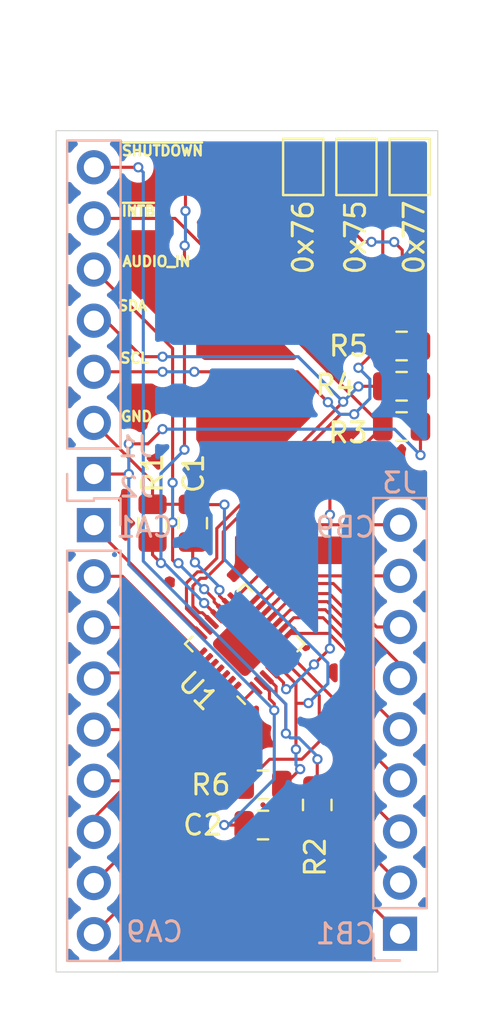
<source format=kicad_pcb>
(kicad_pcb (version 20171130) (host pcbnew "(5.1.2)-1")

  (general
    (thickness 1.6)
    (drawings 14)
    (tracks 282)
    (zones 0)
    (modules 15)
    (nets 29)
  )

  (page A4)
  (layers
    (0 F.Cu signal)
    (31 B.Cu signal)
    (32 B.Adhes user)
    (33 F.Adhes user)
    (34 B.Paste user)
    (35 F.Paste user)
    (36 B.SilkS user)
    (37 F.SilkS user)
    (38 B.Mask user)
    (39 F.Mask user)
    (40 Dwgs.User user)
    (41 Cmts.User user)
    (42 Eco1.User user)
    (43 Eco2.User user)
    (44 Edge.Cuts user)
    (45 Margin user)
    (46 B.CrtYd user)
    (47 F.CrtYd user)
    (48 B.Fab user)
    (49 F.Fab user)
  )

  (setup
    (last_trace_width 0.154)
    (user_trace_width 0.2)
    (user_trace_width 0.25)
    (trace_clearance 0.154)
    (zone_clearance 0.508)
    (zone_45_only no)
    (trace_min 0.1524)
    (via_size 0.69)
    (via_drill 0.34)
    (via_min_size 0.51)
    (via_min_drill 0.254)
    (user_via 0.51 0.3)
    (uvia_size 0.69)
    (uvia_drill 0.34)
    (uvias_allowed no)
    (uvia_min_size 0.51)
    (uvia_min_drill 0.254)
    (edge_width 0.05)
    (segment_width 0.2)
    (pcb_text_width 0.3)
    (pcb_text_size 1.5 1.5)
    (mod_edge_width 0.12)
    (mod_text_size 1 1)
    (mod_text_width 0.15)
    (pad_size 1.524 1.524)
    (pad_drill 0.762)
    (pad_to_mask_clearance 0.051)
    (solder_mask_min_width 0.25)
    (aux_axis_origin 0 0)
    (visible_elements 7FFFFFFF)
    (pcbplotparams
      (layerselection 0x010fc_ffffffff)
      (usegerberextensions false)
      (usegerberattributes false)
      (usegerberadvancedattributes false)
      (creategerberjobfile false)
      (excludeedgelayer true)
      (linewidth 0.100000)
      (plotframeref false)
      (viasonmask false)
      (mode 1)
      (useauxorigin false)
      (hpglpennumber 1)
      (hpglpenspeed 20)
      (hpglpendiameter 15.000000)
      (psnegative false)
      (psa4output false)
      (plotreference true)
      (plotvalue true)
      (plotinvisibletext false)
      (padsonsilk false)
      (subtractmaskfromsilk false)
      (outputformat 1)
      (mirror false)
      (drillshape 1)
      (scaleselection 1)
      (outputdirectory ""))
  )

  (net 0 "")
  (net 1 GND)
  (net 2 "Net-(C1-Pad1)")
  (net 3 +5V)
  (net 4 /~SHUTDOWN)
  (net 5 /~INTB)
  (net 6 /AUDIO_IN)
  (net 7 /SDA)
  (net 8 /SCL)
  (net 9 "Net-(J2-Pad9)")
  (net 10 "Net-(J2-Pad8)")
  (net 11 "Net-(J2-Pad7)")
  (net 12 "Net-(J2-Pad6)")
  (net 13 "Net-(J2-Pad5)")
  (net 14 "Net-(J2-Pad4)")
  (net 15 "Net-(J2-Pad3)")
  (net 16 "Net-(J2-Pad2)")
  (net 17 "Net-(J2-Pad1)")
  (net 18 "Net-(J3-Pad9)")
  (net 19 "Net-(J3-Pad8)")
  (net 20 "Net-(J3-Pad7)")
  (net 21 "Net-(J3-Pad6)")
  (net 22 "Net-(J3-Pad5)")
  (net 23 "Net-(J3-Pad4)")
  (net 24 "Net-(J3-Pad3)")
  (net 25 "Net-(J3-Pad2)")
  (net 26 "Net-(J3-Pad1)")
  (net 27 "Net-(JP1-Pad1)")
  (net 28 "Net-(R6-Pad1)")

  (net_class Default "This is the default net class."
    (clearance 0.154)
    (trace_width 0.154)
    (via_dia 0.69)
    (via_drill 0.34)
    (uvia_dia 0.69)
    (uvia_drill 0.34)
    (add_net +5V)
    (add_net /AUDIO_IN)
    (add_net /SCL)
    (add_net /SDA)
    (add_net /~INTB)
    (add_net /~SHUTDOWN)
    (add_net GND)
    (add_net "Net-(C1-Pad1)")
    (add_net "Net-(J2-Pad1)")
    (add_net "Net-(J2-Pad2)")
    (add_net "Net-(J2-Pad3)")
    (add_net "Net-(J2-Pad4)")
    (add_net "Net-(J2-Pad5)")
    (add_net "Net-(J2-Pad6)")
    (add_net "Net-(J2-Pad7)")
    (add_net "Net-(J2-Pad8)")
    (add_net "Net-(J2-Pad9)")
    (add_net "Net-(J3-Pad1)")
    (add_net "Net-(J3-Pad2)")
    (add_net "Net-(J3-Pad3)")
    (add_net "Net-(J3-Pad4)")
    (add_net "Net-(J3-Pad5)")
    (add_net "Net-(J3-Pad6)")
    (add_net "Net-(J3-Pad7)")
    (add_net "Net-(J3-Pad8)")
    (add_net "Net-(J3-Pad9)")
    (add_net "Net-(JP1-Pad1)")
    (add_net "Net-(R6-Pad1)")
  )

  (module Package_DFN_QFN:QFN-28-1EP_4x4mm_P0.4mm_EP2.4x2.4mm (layer F.Cu) (tedit 5C1FD453) (tstamp 5D756953)
    (at 126.9 107.5 135)
    (descr "QFN, 28 Pin (http://ww1.microchip.com/downloads/en/PackagingSpec/00000049BQ.pdf#page=280), generated with kicad-footprint-generator ipc_dfn_qfn_generator.py")
    (tags "QFN DFN_QFN")
    (path /5D74F442)
    (attr smd)
    (fp_text reference U1 (at 0 -3.3 135) (layer F.SilkS)
      (effects (font (size 1 1) (thickness 0.15)))
    )
    (fp_text value IS31FL3731 (at 0 3.3 135) (layer F.Fab)
      (effects (font (size 1 1) (thickness 0.15)))
    )
    (fp_text user %R (at 0 0 135) (layer F.Fab)
      (effects (font (size 1 1) (thickness 0.15)))
    )
    (fp_line (start 2.6 -2.6) (end -2.6 -2.6) (layer F.CrtYd) (width 0.05))
    (fp_line (start 2.6 2.6) (end 2.6 -2.6) (layer F.CrtYd) (width 0.05))
    (fp_line (start -2.6 2.6) (end 2.6 2.6) (layer F.CrtYd) (width 0.05))
    (fp_line (start -2.6 -2.6) (end -2.6 2.6) (layer F.CrtYd) (width 0.05))
    (fp_line (start -2 -1) (end -1 -2) (layer F.Fab) (width 0.1))
    (fp_line (start -2 2) (end -2 -1) (layer F.Fab) (width 0.1))
    (fp_line (start 2 2) (end -2 2) (layer F.Fab) (width 0.1))
    (fp_line (start 2 -2) (end 2 2) (layer F.Fab) (width 0.1))
    (fp_line (start -1 -2) (end 2 -2) (layer F.Fab) (width 0.1))
    (fp_line (start -1.585 -2.11) (end -2.11 -2.11) (layer F.SilkS) (width 0.12))
    (fp_line (start 2.11 2.11) (end 2.11 1.585) (layer F.SilkS) (width 0.12))
    (fp_line (start 1.585 2.11) (end 2.11 2.11) (layer F.SilkS) (width 0.12))
    (fp_line (start -2.11 2.11) (end -2.11 1.585) (layer F.SilkS) (width 0.12))
    (fp_line (start -1.585 2.11) (end -2.11 2.11) (layer F.SilkS) (width 0.12))
    (fp_line (start 2.11 -2.11) (end 2.11 -1.585) (layer F.SilkS) (width 0.12))
    (fp_line (start 1.585 -2.11) (end 2.11 -2.11) (layer F.SilkS) (width 0.12))
    (pad 28 smd roundrect (at -1.2 -1.9375 135) (size 0.25 0.825) (layers F.Cu F.Paste F.Mask) (roundrect_rratio 0.25)
      (net 10 "Net-(J2-Pad8)"))
    (pad 27 smd roundrect (at -0.8 -1.9375 135) (size 0.25 0.825) (layers F.Cu F.Paste F.Mask) (roundrect_rratio 0.25)
      (net 11 "Net-(J2-Pad7)"))
    (pad 26 smd roundrect (at -0.4 -1.9375 135) (size 0.25 0.825) (layers F.Cu F.Paste F.Mask) (roundrect_rratio 0.25)
      (net 12 "Net-(J2-Pad6)"))
    (pad 25 smd roundrect (at 0 -1.9375 135) (size 0.25 0.825) (layers F.Cu F.Paste F.Mask) (roundrect_rratio 0.25)
      (net 13 "Net-(J2-Pad5)"))
    (pad 24 smd roundrect (at 0.4 -1.9375 135) (size 0.25 0.825) (layers F.Cu F.Paste F.Mask) (roundrect_rratio 0.25)
      (net 14 "Net-(J2-Pad4)"))
    (pad 23 smd roundrect (at 0.8 -1.9375 135) (size 0.25 0.825) (layers F.Cu F.Paste F.Mask) (roundrect_rratio 0.25)
      (net 15 "Net-(J2-Pad3)"))
    (pad 22 smd roundrect (at 1.2 -1.9375 135) (size 0.25 0.825) (layers F.Cu F.Paste F.Mask) (roundrect_rratio 0.25)
      (net 16 "Net-(J2-Pad2)"))
    (pad 21 smd roundrect (at 1.9375 -1.2 135) (size 0.825 0.25) (layers F.Cu F.Paste F.Mask) (roundrect_rratio 0.25)
      (net 17 "Net-(J2-Pad1)"))
    (pad 20 smd roundrect (at 1.9375 -0.8 135) (size 0.825 0.25) (layers F.Cu F.Paste F.Mask) (roundrect_rratio 0.25)
      (net 7 /SDA))
    (pad 19 smd roundrect (at 1.9375 -0.4 135) (size 0.825 0.25) (layers F.Cu F.Paste F.Mask) (roundrect_rratio 0.25)
      (net 8 /SCL))
    (pad 18 smd roundrect (at 1.9375 0 135) (size 0.825 0.25) (layers F.Cu F.Paste F.Mask) (roundrect_rratio 0.25)
      (net 27 "Net-(JP1-Pad1)"))
    (pad 17 smd roundrect (at 1.9375 0.4 135) (size 0.825 0.25) (layers F.Cu F.Paste F.Mask) (roundrect_rratio 0.25)
      (net 6 /AUDIO_IN))
    (pad 16 smd roundrect (at 1.9375 0.8 135) (size 0.825 0.25) (layers F.Cu F.Paste F.Mask) (roundrect_rratio 0.25)
      (net 2 "Net-(C1-Pad1)"))
    (pad 15 smd roundrect (at 1.9375 1.2 135) (size 0.825 0.25) (layers F.Cu F.Paste F.Mask) (roundrect_rratio 0.25)
      (net 18 "Net-(J3-Pad9)"))
    (pad 14 smd roundrect (at 1.2 1.9375 135) (size 0.25 0.825) (layers F.Cu F.Paste F.Mask) (roundrect_rratio 0.25)
      (net 19 "Net-(J3-Pad8)"))
    (pad 13 smd roundrect (at 0.8 1.9375 135) (size 0.25 0.825) (layers F.Cu F.Paste F.Mask) (roundrect_rratio 0.25)
      (net 20 "Net-(J3-Pad7)"))
    (pad 12 smd roundrect (at 0.4 1.9375 135) (size 0.25 0.825) (layers F.Cu F.Paste F.Mask) (roundrect_rratio 0.25)
      (net 21 "Net-(J3-Pad6)"))
    (pad 11 smd roundrect (at 0 1.9375 135) (size 0.25 0.825) (layers F.Cu F.Paste F.Mask) (roundrect_rratio 0.25)
      (net 22 "Net-(J3-Pad5)"))
    (pad 10 smd roundrect (at -0.4 1.9375 135) (size 0.25 0.825) (layers F.Cu F.Paste F.Mask) (roundrect_rratio 0.25)
      (net 23 "Net-(J3-Pad4)"))
    (pad 9 smd roundrect (at -0.8 1.9375 135) (size 0.25 0.825) (layers F.Cu F.Paste F.Mask) (roundrect_rratio 0.25)
      (net 24 "Net-(J3-Pad3)"))
    (pad 8 smd roundrect (at -1.2 1.9375 135) (size 0.25 0.825) (layers F.Cu F.Paste F.Mask) (roundrect_rratio 0.25)
      (net 25 "Net-(J3-Pad2)"))
    (pad 7 smd roundrect (at -1.9375 1.2 135) (size 0.825 0.25) (layers F.Cu F.Paste F.Mask) (roundrect_rratio 0.25)
      (net 26 "Net-(J3-Pad1)"))
    (pad 6 smd roundrect (at -1.9375 0.8 135) (size 0.825 0.25) (layers F.Cu F.Paste F.Mask) (roundrect_rratio 0.25)
      (net 28 "Net-(R6-Pad1)"))
    (pad 5 smd roundrect (at -1.9375 0.4 135) (size 0.825 0.25) (layers F.Cu F.Paste F.Mask) (roundrect_rratio 0.25)
      (net 1 GND))
    (pad 4 smd roundrect (at -1.9375 0 135) (size 0.825 0.25) (layers F.Cu F.Paste F.Mask) (roundrect_rratio 0.25)
      (net 5 /~INTB))
    (pad 3 smd roundrect (at -1.9375 -0.4 135) (size 0.825 0.25) (layers F.Cu F.Paste F.Mask) (roundrect_rratio 0.25)
      (net 4 /~SHUTDOWN))
    (pad 2 smd roundrect (at -1.9375 -0.8 135) (size 0.825 0.25) (layers F.Cu F.Paste F.Mask) (roundrect_rratio 0.25)
      (net 3 +5V))
    (pad 1 smd roundrect (at -1.9375 -1.2 135) (size 0.825 0.25) (layers F.Cu F.Paste F.Mask) (roundrect_rratio 0.25)
      (net 9 "Net-(J2-Pad9)"))
    (pad "" smd roundrect (at 0.6 0.6 135) (size 0.97 0.97) (layers F.Paste) (roundrect_rratio 0.25))
    (pad "" smd roundrect (at 0.6 -0.6 135) (size 0.97 0.97) (layers F.Paste) (roundrect_rratio 0.25))
    (pad "" smd roundrect (at -0.6 0.6 135) (size 0.97 0.97) (layers F.Paste) (roundrect_rratio 0.25))
    (pad "" smd roundrect (at -0.6 -0.6 135) (size 0.97 0.97) (layers F.Paste) (roundrect_rratio 0.25))
    (pad 29 smd roundrect (at 0 0 135) (size 2.4 2.4) (layers F.Cu F.Mask) (roundrect_rratio 0.104167)
      (net 1 GND))
    (model ${KISYS3DMOD}/Package_DFN_QFN.3dshapes/QFN-28-1EP_4x4mm_P0.4mm_EP2.4x2.4mm.wrl
      (at (xyz 0 0 0))
      (scale (xyz 1 1 1))
      (rotate (xyz 0 0 0))
    )
  )

  (module Resistor_SMD:R_0805_2012Metric (layer F.Cu) (tedit 5B36C52B) (tstamp 5D75691D)
    (at 127.8 114.5)
    (descr "Resistor SMD 0805 (2012 Metric), square (rectangular) end terminal, IPC_7351 nominal, (Body size source: https://docs.google.com/spreadsheets/d/1BsfQQcO9C6DZCsRaXUlFlo91Tg2WpOkGARC1WS5S8t0/edit?usp=sharing), generated with kicad-footprint-generator")
    (tags resistor)
    (path /5D781B2C)
    (attr smd)
    (fp_text reference R6 (at -2.6 0) (layer F.SilkS)
      (effects (font (size 1 1) (thickness 0.15)))
    )
    (fp_text value 20kR (at 0 1.65) (layer F.Fab)
      (effects (font (size 1 1) (thickness 0.15)))
    )
    (fp_text user %R (at 0 0) (layer F.Fab)
      (effects (font (size 0.5 0.5) (thickness 0.08)))
    )
    (fp_line (start 1.68 0.95) (end -1.68 0.95) (layer F.CrtYd) (width 0.05))
    (fp_line (start 1.68 -0.95) (end 1.68 0.95) (layer F.CrtYd) (width 0.05))
    (fp_line (start -1.68 -0.95) (end 1.68 -0.95) (layer F.CrtYd) (width 0.05))
    (fp_line (start -1.68 0.95) (end -1.68 -0.95) (layer F.CrtYd) (width 0.05))
    (fp_line (start -0.258578 0.71) (end 0.258578 0.71) (layer F.SilkS) (width 0.12))
    (fp_line (start -0.258578 -0.71) (end 0.258578 -0.71) (layer F.SilkS) (width 0.12))
    (fp_line (start 1 0.6) (end -1 0.6) (layer F.Fab) (width 0.1))
    (fp_line (start 1 -0.6) (end 1 0.6) (layer F.Fab) (width 0.1))
    (fp_line (start -1 -0.6) (end 1 -0.6) (layer F.Fab) (width 0.1))
    (fp_line (start -1 0.6) (end -1 -0.6) (layer F.Fab) (width 0.1))
    (pad 2 smd roundrect (at 0.9375 0) (size 0.975 1.4) (layers F.Cu F.Paste F.Mask) (roundrect_rratio 0.25)
      (net 1 GND))
    (pad 1 smd roundrect (at -0.9375 0) (size 0.975 1.4) (layers F.Cu F.Paste F.Mask) (roundrect_rratio 0.25)
      (net 28 "Net-(R6-Pad1)"))
    (model ${KISYS3DMOD}/Resistor_SMD.3dshapes/R_0805_2012Metric.wrl
      (at (xyz 0 0 0))
      (scale (xyz 1 1 1))
      (rotate (xyz 0 0 0))
    )
  )

  (module Resistor_SMD:R_0805_2012Metric (layer F.Cu) (tedit 5B36C52B) (tstamp 5D75690C)
    (at 134.7 92.7 180)
    (descr "Resistor SMD 0805 (2012 Metric), square (rectangular) end terminal, IPC_7351 nominal, (Body size source: https://docs.google.com/spreadsheets/d/1BsfQQcO9C6DZCsRaXUlFlo91Tg2WpOkGARC1WS5S8t0/edit?usp=sharing), generated with kicad-footprint-generator")
    (tags resistor)
    (path /5D758C0A)
    (attr smd)
    (fp_text reference R5 (at 2.64 0) (layer F.SilkS)
      (effects (font (size 1 1) (thickness 0.15)))
    )
    (fp_text value 20kR (at 0 1.65) (layer F.Fab)
      (effects (font (size 1 1) (thickness 0.15)))
    )
    (fp_line (start -1 0.6) (end -1 -0.6) (layer F.Fab) (width 0.1))
    (fp_line (start -1 -0.6) (end 1 -0.6) (layer F.Fab) (width 0.1))
    (fp_line (start 1 -0.6) (end 1 0.6) (layer F.Fab) (width 0.1))
    (fp_line (start 1 0.6) (end -1 0.6) (layer F.Fab) (width 0.1))
    (fp_line (start -0.258578 -0.71) (end 0.258578 -0.71) (layer F.SilkS) (width 0.12))
    (fp_line (start -0.258578 0.71) (end 0.258578 0.71) (layer F.SilkS) (width 0.12))
    (fp_line (start -1.68 0.95) (end -1.68 -0.95) (layer F.CrtYd) (width 0.05))
    (fp_line (start -1.68 -0.95) (end 1.68 -0.95) (layer F.CrtYd) (width 0.05))
    (fp_line (start 1.68 -0.95) (end 1.68 0.95) (layer F.CrtYd) (width 0.05))
    (fp_line (start 1.68 0.95) (end -1.68 0.95) (layer F.CrtYd) (width 0.05))
    (fp_text user %R (at 0 0) (layer F.Fab)
      (effects (font (size 0.5 0.5) (thickness 0.08)))
    )
    (pad 1 smd roundrect (at -0.9375 0 180) (size 0.975 1.4) (layers F.Cu F.Paste F.Mask) (roundrect_rratio 0.25)
      (net 3 +5V))
    (pad 2 smd roundrect (at 0.9375 0 180) (size 0.975 1.4) (layers F.Cu F.Paste F.Mask) (roundrect_rratio 0.25)
      (net 8 /SCL))
    (model ${KISYS3DMOD}/Resistor_SMD.3dshapes/R_0805_2012Metric.wrl
      (at (xyz 0 0 0))
      (scale (xyz 1 1 1))
      (rotate (xyz 0 0 0))
    )
  )

  (module Resistor_SMD:R_0805_2012Metric (layer F.Cu) (tedit 5B36C52B) (tstamp 5D7568FB)
    (at 134.7 94.7 180)
    (descr "Resistor SMD 0805 (2012 Metric), square (rectangular) end terminal, IPC_7351 nominal, (Body size source: https://docs.google.com/spreadsheets/d/1BsfQQcO9C6DZCsRaXUlFlo91Tg2WpOkGARC1WS5S8t0/edit?usp=sharing), generated with kicad-footprint-generator")
    (tags resistor)
    (path /5D7589FE)
    (attr smd)
    (fp_text reference R4 (at 3.31 0.06) (layer F.SilkS)
      (effects (font (size 1 1) (thickness 0.15)))
    )
    (fp_text value 20kR (at 0 1.65) (layer F.Fab)
      (effects (font (size 1 1) (thickness 0.15)))
    )
    (fp_line (start -1 0.6) (end -1 -0.6) (layer F.Fab) (width 0.1))
    (fp_line (start -1 -0.6) (end 1 -0.6) (layer F.Fab) (width 0.1))
    (fp_line (start 1 -0.6) (end 1 0.6) (layer F.Fab) (width 0.1))
    (fp_line (start 1 0.6) (end -1 0.6) (layer F.Fab) (width 0.1))
    (fp_line (start -0.258578 -0.71) (end 0.258578 -0.71) (layer F.SilkS) (width 0.12))
    (fp_line (start -0.258578 0.71) (end 0.258578 0.71) (layer F.SilkS) (width 0.12))
    (fp_line (start -1.68 0.95) (end -1.68 -0.95) (layer F.CrtYd) (width 0.05))
    (fp_line (start -1.68 -0.95) (end 1.68 -0.95) (layer F.CrtYd) (width 0.05))
    (fp_line (start 1.68 -0.95) (end 1.68 0.95) (layer F.CrtYd) (width 0.05))
    (fp_line (start 1.68 0.95) (end -1.68 0.95) (layer F.CrtYd) (width 0.05))
    (fp_text user %R (at 0 0) (layer F.Fab)
      (effects (font (size 0.5 0.5) (thickness 0.08)))
    )
    (pad 1 smd roundrect (at -0.9375 0 180) (size 0.975 1.4) (layers F.Cu F.Paste F.Mask) (roundrect_rratio 0.25)
      (net 3 +5V))
    (pad 2 smd roundrect (at 0.9375 0 180) (size 0.975 1.4) (layers F.Cu F.Paste F.Mask) (roundrect_rratio 0.25)
      (net 7 /SDA))
    (model ${KISYS3DMOD}/Resistor_SMD.3dshapes/R_0805_2012Metric.wrl
      (at (xyz 0 0 0))
      (scale (xyz 1 1 1))
      (rotate (xyz 0 0 0))
    )
  )

  (module Resistor_SMD:R_0805_2012Metric (layer F.Cu) (tedit 5B36C52B) (tstamp 5D7568EA)
    (at 134.7 96.7 180)
    (descr "Resistor SMD 0805 (2012 Metric), square (rectangular) end terminal, IPC_7351 nominal, (Body size source: https://docs.google.com/spreadsheets/d/1BsfQQcO9C6DZCsRaXUlFlo91Tg2WpOkGARC1WS5S8t0/edit?usp=sharing), generated with kicad-footprint-generator")
    (tags resistor)
    (path /5D7588E6)
    (attr smd)
    (fp_text reference R3 (at 2.67 -0.31) (layer F.SilkS)
      (effects (font (size 1 1) (thickness 0.15)))
    )
    (fp_text value 20kR (at 0 1.65) (layer F.Fab)
      (effects (font (size 1 1) (thickness 0.15)))
    )
    (fp_line (start -1 0.6) (end -1 -0.6) (layer F.Fab) (width 0.1))
    (fp_line (start -1 -0.6) (end 1 -0.6) (layer F.Fab) (width 0.1))
    (fp_line (start 1 -0.6) (end 1 0.6) (layer F.Fab) (width 0.1))
    (fp_line (start 1 0.6) (end -1 0.6) (layer F.Fab) (width 0.1))
    (fp_line (start -0.258578 -0.71) (end 0.258578 -0.71) (layer F.SilkS) (width 0.12))
    (fp_line (start -0.258578 0.71) (end 0.258578 0.71) (layer F.SilkS) (width 0.12))
    (fp_line (start -1.68 0.95) (end -1.68 -0.95) (layer F.CrtYd) (width 0.05))
    (fp_line (start -1.68 -0.95) (end 1.68 -0.95) (layer F.CrtYd) (width 0.05))
    (fp_line (start 1.68 -0.95) (end 1.68 0.95) (layer F.CrtYd) (width 0.05))
    (fp_line (start 1.68 0.95) (end -1.68 0.95) (layer F.CrtYd) (width 0.05))
    (fp_text user %R (at 0 0) (layer F.Fab)
      (effects (font (size 0.5 0.5) (thickness 0.08)))
    )
    (pad 1 smd roundrect (at -0.9375 0 180) (size 0.975 1.4) (layers F.Cu F.Paste F.Mask) (roundrect_rratio 0.25)
      (net 3 +5V))
    (pad 2 smd roundrect (at 0.9375 0 180) (size 0.975 1.4) (layers F.Cu F.Paste F.Mask) (roundrect_rratio 0.25)
      (net 5 /~INTB))
    (model ${KISYS3DMOD}/Resistor_SMD.3dshapes/R_0805_2012Metric.wrl
      (at (xyz 0 0 0))
      (scale (xyz 1 1 1))
      (rotate (xyz 0 0 0))
    )
  )

  (module Resistor_SMD:R_0805_2012Metric (layer F.Cu) (tedit 5B36C52B) (tstamp 5D7568D9)
    (at 130.5 115.5 90)
    (descr "Resistor SMD 0805 (2012 Metric), square (rectangular) end terminal, IPC_7351 nominal, (Body size source: https://docs.google.com/spreadsheets/d/1BsfQQcO9C6DZCsRaXUlFlo91Tg2WpOkGARC1WS5S8t0/edit?usp=sharing), generated with kicad-footprint-generator")
    (tags resistor)
    (path /5D75B860)
    (attr smd)
    (fp_text reference R2 (at -2.59 -0.1 90) (layer F.SilkS)
      (effects (font (size 1 1) (thickness 0.15)))
    )
    (fp_text value 20kR (at 0 1.65 90) (layer F.Fab)
      (effects (font (size 1 1) (thickness 0.15)))
    )
    (fp_text user %R (at 0 0 90) (layer F.Fab)
      (effects (font (size 0.5 0.5) (thickness 0.08)))
    )
    (fp_line (start 1.68 0.95) (end -1.68 0.95) (layer F.CrtYd) (width 0.05))
    (fp_line (start 1.68 -0.95) (end 1.68 0.95) (layer F.CrtYd) (width 0.05))
    (fp_line (start -1.68 -0.95) (end 1.68 -0.95) (layer F.CrtYd) (width 0.05))
    (fp_line (start -1.68 0.95) (end -1.68 -0.95) (layer F.CrtYd) (width 0.05))
    (fp_line (start -0.258578 0.71) (end 0.258578 0.71) (layer F.SilkS) (width 0.12))
    (fp_line (start -0.258578 -0.71) (end 0.258578 -0.71) (layer F.SilkS) (width 0.12))
    (fp_line (start 1 0.6) (end -1 0.6) (layer F.Fab) (width 0.1))
    (fp_line (start 1 -0.6) (end 1 0.6) (layer F.Fab) (width 0.1))
    (fp_line (start -1 -0.6) (end 1 -0.6) (layer F.Fab) (width 0.1))
    (fp_line (start -1 0.6) (end -1 -0.6) (layer F.Fab) (width 0.1))
    (pad 2 smd roundrect (at 0.9375 0 90) (size 0.975 1.4) (layers F.Cu F.Paste F.Mask) (roundrect_rratio 0.25)
      (net 4 /~SHUTDOWN))
    (pad 1 smd roundrect (at -0.9375 0 90) (size 0.975 1.4) (layers F.Cu F.Paste F.Mask) (roundrect_rratio 0.25)
      (net 3 +5V))
    (model ${KISYS3DMOD}/Resistor_SMD.3dshapes/R_0805_2012Metric.wrl
      (at (xyz 0 0 0))
      (scale (xyz 1 1 1))
      (rotate (xyz 0 0 0))
    )
  )

  (module Resistor_SMD:R_0805_2012Metric (layer F.Cu) (tedit 5B36C52B) (tstamp 5D7568C8)
    (at 122.3 101.5 90)
    (descr "Resistor SMD 0805 (2012 Metric), square (rectangular) end terminal, IPC_7351 nominal, (Body size source: https://docs.google.com/spreadsheets/d/1BsfQQcO9C6DZCsRaXUlFlo91Tg2WpOkGARC1WS5S8t0/edit?usp=sharing), generated with kicad-footprint-generator")
    (tags resistor)
    (path /5D7560F1)
    (attr smd)
    (fp_text reference R1 (at 2.49 0 90) (layer F.SilkS)
      (effects (font (size 1 1) (thickness 0.15)))
    )
    (fp_text value 20kR (at 0 1.65 90) (layer F.Fab)
      (effects (font (size 1 1) (thickness 0.15)))
    )
    (fp_text user %R (at 0 0 90) (layer F.Fab)
      (effects (font (size 0.5 0.5) (thickness 0.08)))
    )
    (fp_line (start 1.68 0.95) (end -1.68 0.95) (layer F.CrtYd) (width 0.05))
    (fp_line (start 1.68 -0.95) (end 1.68 0.95) (layer F.CrtYd) (width 0.05))
    (fp_line (start -1.68 -0.95) (end 1.68 -0.95) (layer F.CrtYd) (width 0.05))
    (fp_line (start -1.68 0.95) (end -1.68 -0.95) (layer F.CrtYd) (width 0.05))
    (fp_line (start -0.258578 0.71) (end 0.258578 0.71) (layer F.SilkS) (width 0.12))
    (fp_line (start -0.258578 -0.71) (end 0.258578 -0.71) (layer F.SilkS) (width 0.12))
    (fp_line (start 1 0.6) (end -1 0.6) (layer F.Fab) (width 0.1))
    (fp_line (start 1 -0.6) (end 1 0.6) (layer F.Fab) (width 0.1))
    (fp_line (start -1 -0.6) (end 1 -0.6) (layer F.Fab) (width 0.1))
    (fp_line (start -1 0.6) (end -1 -0.6) (layer F.Fab) (width 0.1))
    (pad 2 smd roundrect (at 0.9375 0 90) (size 0.975 1.4) (layers F.Cu F.Paste F.Mask) (roundrect_rratio 0.25)
      (net 1 GND))
    (pad 1 smd roundrect (at -0.9375 0 90) (size 0.975 1.4) (layers F.Cu F.Paste F.Mask) (roundrect_rratio 0.25)
      (net 27 "Net-(JP1-Pad1)"))
    (model ${KISYS3DMOD}/Resistor_SMD.3dshapes/R_0805_2012Metric.wrl
      (at (xyz 0 0 0))
      (scale (xyz 1 1 1))
      (rotate (xyz 0 0 0))
    )
  )

  (module Jumper:SolderJumper-2_P1.3mm_Open_TrianglePad1.0x1.5mm (layer F.Cu) (tedit 5A64794F) (tstamp 5D7568B7)
    (at 129.8 83.8 270)
    (descr "SMD Solder Jumper, 1x1.5mm Triangular Pads, 0.3mm gap, open")
    (tags "solder jumper open")
    (path /5D750986)
    (attr virtual)
    (fp_text reference 0x76 (at 3.5 0 270) (layer F.SilkS)
      (effects (font (size 1 1) (thickness 0.15)))
    )
    (fp_text value SolderJumper_2_Open (at 0 1.9 270) (layer F.Fab)
      (effects (font (size 1 1) (thickness 0.15)))
    )
    (fp_line (start 1.65 1.25) (end -1.65 1.25) (layer F.CrtYd) (width 0.05))
    (fp_line (start 1.65 1.25) (end 1.65 -1.25) (layer F.CrtYd) (width 0.05))
    (fp_line (start -1.65 -1.25) (end -1.65 1.25) (layer F.CrtYd) (width 0.05))
    (fp_line (start -1.65 -1.25) (end 1.65 -1.25) (layer F.CrtYd) (width 0.05))
    (fp_line (start -1.4 -1) (end 1.4 -1) (layer F.SilkS) (width 0.12))
    (fp_line (start 1.4 -1) (end 1.4 1) (layer F.SilkS) (width 0.12))
    (fp_line (start 1.4 1) (end -1.4 1) (layer F.SilkS) (width 0.12))
    (fp_line (start -1.4 1) (end -1.4 -1) (layer F.SilkS) (width 0.12))
    (pad 1 smd custom (at -0.725 0 270) (size 0.3 0.3) (layers F.Cu F.Mask)
      (net 27 "Net-(JP1-Pad1)") (zone_connect 2)
      (options (clearance outline) (anchor rect))
      (primitives
        (gr_poly (pts
           (xy -0.5 -0.75) (xy 0.5 -0.75) (xy 1 0) (xy 0.5 0.75) (xy -0.5 0.75)
) (width 0))
      ))
    (pad 2 smd custom (at 0.725 0 270) (size 0.3 0.3) (layers F.Cu F.Mask)
      (net 7 /SDA) (zone_connect 2)
      (options (clearance outline) (anchor rect))
      (primitives
        (gr_poly (pts
           (xy -0.65 -0.75) (xy 0.5 -0.75) (xy 0.5 0.75) (xy -0.65 0.75) (xy -0.15 0)
) (width 0))
      ))
  )

  (module Jumper:SolderJumper-2_P1.3mm_Open_TrianglePad1.0x1.5mm (layer F.Cu) (tedit 5A64794F) (tstamp 5D7568A9)
    (at 132.45 83.8 270)
    (descr "SMD Solder Jumper, 1x1.5mm Triangular Pads, 0.3mm gap, open")
    (tags "solder jumper open")
    (path /5D755C57)
    (attr virtual)
    (fp_text reference 0x75 (at 3.5 0.05 270) (layer F.SilkS)
      (effects (font (size 1 1) (thickness 0.15)))
    )
    (fp_text value SolderJumper_2_Open (at 0 1.9 270) (layer F.Fab)
      (effects (font (size 1 1) (thickness 0.15)))
    )
    (fp_line (start 1.65 1.25) (end -1.65 1.25) (layer F.CrtYd) (width 0.05))
    (fp_line (start 1.65 1.25) (end 1.65 -1.25) (layer F.CrtYd) (width 0.05))
    (fp_line (start -1.65 -1.25) (end -1.65 1.25) (layer F.CrtYd) (width 0.05))
    (fp_line (start -1.65 -1.25) (end 1.65 -1.25) (layer F.CrtYd) (width 0.05))
    (fp_line (start -1.4 -1) (end 1.4 -1) (layer F.SilkS) (width 0.12))
    (fp_line (start 1.4 -1) (end 1.4 1) (layer F.SilkS) (width 0.12))
    (fp_line (start 1.4 1) (end -1.4 1) (layer F.SilkS) (width 0.12))
    (fp_line (start -1.4 1) (end -1.4 -1) (layer F.SilkS) (width 0.12))
    (pad 1 smd custom (at -0.725 0 270) (size 0.3 0.3) (layers F.Cu F.Mask)
      (net 27 "Net-(JP1-Pad1)") (zone_connect 2)
      (options (clearance outline) (anchor rect))
      (primitives
        (gr_poly (pts
           (xy -0.5 -0.75) (xy 0.5 -0.75) (xy 1 0) (xy 0.5 0.75) (xy -0.5 0.75)
) (width 0))
      ))
    (pad 2 smd custom (at 0.725 0 270) (size 0.3 0.3) (layers F.Cu F.Mask)
      (net 8 /SCL) (zone_connect 2)
      (options (clearance outline) (anchor rect))
      (primitives
        (gr_poly (pts
           (xy -0.65 -0.75) (xy 0.5 -0.75) (xy 0.5 0.75) (xy -0.65 0.75) (xy -0.15 0)
) (width 0))
      ))
  )

  (module Jumper:SolderJumper-2_P1.3mm_Open_TrianglePad1.0x1.5mm (layer F.Cu) (tedit 5A64794F) (tstamp 5D75689B)
    (at 135.1 83.8 270)
    (descr "SMD Solder Jumper, 1x1.5mm Triangular Pads, 0.3mm gap, open")
    (tags "solder jumper open")
    (path /5D755F44)
    (attr virtual)
    (fp_text reference 0x77 (at 3.5 -0.22 270) (layer F.SilkS)
      (effects (font (size 1 1) (thickness 0.15)))
    )
    (fp_text value SolderJumper_2_Open (at 0 1.9 270) (layer F.Fab)
      (effects (font (size 1 1) (thickness 0.15)))
    )
    (fp_line (start 1.65 1.25) (end -1.65 1.25) (layer F.CrtYd) (width 0.05))
    (fp_line (start 1.65 1.25) (end 1.65 -1.25) (layer F.CrtYd) (width 0.05))
    (fp_line (start -1.65 -1.25) (end -1.65 1.25) (layer F.CrtYd) (width 0.05))
    (fp_line (start -1.65 -1.25) (end 1.65 -1.25) (layer F.CrtYd) (width 0.05))
    (fp_line (start -1.4 -1) (end 1.4 -1) (layer F.SilkS) (width 0.12))
    (fp_line (start 1.4 -1) (end 1.4 1) (layer F.SilkS) (width 0.12))
    (fp_line (start 1.4 1) (end -1.4 1) (layer F.SilkS) (width 0.12))
    (fp_line (start -1.4 1) (end -1.4 -1) (layer F.SilkS) (width 0.12))
    (pad 1 smd custom (at -0.725 0 270) (size 0.3 0.3) (layers F.Cu F.Mask)
      (net 27 "Net-(JP1-Pad1)") (zone_connect 2)
      (options (clearance outline) (anchor rect))
      (primitives
        (gr_poly (pts
           (xy -0.5 -0.75) (xy 0.5 -0.75) (xy 1 0) (xy 0.5 0.75) (xy -0.5 0.75)
) (width 0))
      ))
    (pad 2 smd custom (at 0.725 0 270) (size 0.3 0.3) (layers F.Cu F.Mask)
      (net 3 +5V) (zone_connect 2)
      (options (clearance outline) (anchor rect))
      (primitives
        (gr_poly (pts
           (xy -0.65 -0.75) (xy 0.5 -0.75) (xy 0.5 0.75) (xy -0.65 0.75) (xy -0.15 0)
) (width 0))
      ))
  )

  (module Connector_PinHeader_2.54mm:PinHeader_1x09_P2.54mm_Vertical (layer B.Cu) (tedit 59FED5CC) (tstamp 5D75688D)
    (at 134.62 121.9)
    (descr "Through hole straight pin header, 1x09, 2.54mm pitch, single row")
    (tags "Through hole pin header THT 1x09 2.54mm single row")
    (path /5D78F3F3)
    (fp_text reference J3 (at -0.02 -22.4) (layer B.SilkS)
      (effects (font (size 1 1) (thickness 0.15)) (justify mirror))
    )
    (fp_text value Conn_01x09 (at 0 -22.65) (layer B.Fab)
      (effects (font (size 1 1) (thickness 0.15)) (justify mirror))
    )
    (fp_text user %R (at 0 -10.16 -90) (layer B.Fab)
      (effects (font (size 1 1) (thickness 0.15)) (justify mirror))
    )
    (fp_line (start 1.8 1.8) (end -1.8 1.8) (layer B.CrtYd) (width 0.05))
    (fp_line (start 1.8 -22.1) (end 1.8 1.8) (layer B.CrtYd) (width 0.05))
    (fp_line (start -1.8 -22.1) (end 1.8 -22.1) (layer B.CrtYd) (width 0.05))
    (fp_line (start -1.8 1.8) (end -1.8 -22.1) (layer B.CrtYd) (width 0.05))
    (fp_line (start -1.33 1.33) (end 0 1.33) (layer B.SilkS) (width 0.12))
    (fp_line (start -1.33 0) (end -1.33 1.33) (layer B.SilkS) (width 0.12))
    (fp_line (start -1.33 -1.27) (end 1.33 -1.27) (layer B.SilkS) (width 0.12))
    (fp_line (start 1.33 -1.27) (end 1.33 -21.65) (layer B.SilkS) (width 0.12))
    (fp_line (start -1.33 -1.27) (end -1.33 -21.65) (layer B.SilkS) (width 0.12))
    (fp_line (start -1.33 -21.65) (end 1.33 -21.65) (layer B.SilkS) (width 0.12))
    (fp_line (start -1.27 0.635) (end -0.635 1.27) (layer B.Fab) (width 0.1))
    (fp_line (start -1.27 -21.59) (end -1.27 0.635) (layer B.Fab) (width 0.1))
    (fp_line (start 1.27 -21.59) (end -1.27 -21.59) (layer B.Fab) (width 0.1))
    (fp_line (start 1.27 1.27) (end 1.27 -21.59) (layer B.Fab) (width 0.1))
    (fp_line (start -0.635 1.27) (end 1.27 1.27) (layer B.Fab) (width 0.1))
    (pad 9 thru_hole oval (at 0 -20.32) (size 1.7 1.7) (drill 1) (layers *.Cu *.Mask)
      (net 18 "Net-(J3-Pad9)"))
    (pad 8 thru_hole oval (at 0 -17.78) (size 1.7 1.7) (drill 1) (layers *.Cu *.Mask)
      (net 19 "Net-(J3-Pad8)"))
    (pad 7 thru_hole oval (at 0 -15.24) (size 1.7 1.7) (drill 1) (layers *.Cu *.Mask)
      (net 20 "Net-(J3-Pad7)"))
    (pad 6 thru_hole oval (at 0 -12.7) (size 1.7 1.7) (drill 1) (layers *.Cu *.Mask)
      (net 21 "Net-(J3-Pad6)"))
    (pad 5 thru_hole oval (at 0 -10.16) (size 1.7 1.7) (drill 1) (layers *.Cu *.Mask)
      (net 22 "Net-(J3-Pad5)"))
    (pad 4 thru_hole oval (at 0 -7.62) (size 1.7 1.7) (drill 1) (layers *.Cu *.Mask)
      (net 23 "Net-(J3-Pad4)"))
    (pad 3 thru_hole oval (at 0 -5.08) (size 1.7 1.7) (drill 1) (layers *.Cu *.Mask)
      (net 24 "Net-(J3-Pad3)"))
    (pad 2 thru_hole oval (at 0 -2.54) (size 1.7 1.7) (drill 1) (layers *.Cu *.Mask)
      (net 25 "Net-(J3-Pad2)"))
    (pad 1 thru_hole rect (at 0 0) (size 1.7 1.7) (drill 1) (layers *.Cu *.Mask)
      (net 26 "Net-(J3-Pad1)"))
    (model ${KISYS3DMOD}/Connector_PinHeader_2.54mm.3dshapes/PinHeader_1x09_P2.54mm_Vertical.wrl
      (at (xyz 0 0 0))
      (scale (xyz 1 1 1))
      (rotate (xyz 0 0 0))
    )
  )

  (module Connector_PinHeader_2.54mm:PinHeader_1x09_P2.54mm_Vertical (layer B.Cu) (tedit 59FED5CC) (tstamp 5D756870)
    (at 119.38 101.6 180)
    (descr "Through hole straight pin header, 1x09, 2.54mm pitch, single row")
    (tags "Through hole pin header THT 1x09 2.54mm single row")
    (path /5D78D812)
    (fp_text reference J2 (at -2.12 1.9) (layer B.SilkS)
      (effects (font (size 1 1) (thickness 0.15)) (justify mirror))
    )
    (fp_text value Conn_01x09 (at 0 -22.65) (layer B.Fab)
      (effects (font (size 1 1) (thickness 0.15)) (justify mirror))
    )
    (fp_text user %R (at 0 -10.16 270) (layer B.Fab)
      (effects (font (size 1 1) (thickness 0.15)) (justify mirror))
    )
    (fp_line (start 1.8 1.8) (end -1.8 1.8) (layer B.CrtYd) (width 0.05))
    (fp_line (start 1.8 -22.1) (end 1.8 1.8) (layer B.CrtYd) (width 0.05))
    (fp_line (start -1.8 -22.1) (end 1.8 -22.1) (layer B.CrtYd) (width 0.05))
    (fp_line (start -1.8 1.8) (end -1.8 -22.1) (layer B.CrtYd) (width 0.05))
    (fp_line (start -1.33 1.33) (end 0 1.33) (layer B.SilkS) (width 0.12))
    (fp_line (start -1.33 0) (end -1.33 1.33) (layer B.SilkS) (width 0.12))
    (fp_line (start -1.33 -1.27) (end 1.33 -1.27) (layer B.SilkS) (width 0.12))
    (fp_line (start 1.33 -1.27) (end 1.33 -21.65) (layer B.SilkS) (width 0.12))
    (fp_line (start -1.33 -1.27) (end -1.33 -21.65) (layer B.SilkS) (width 0.12))
    (fp_line (start -1.33 -21.65) (end 1.33 -21.65) (layer B.SilkS) (width 0.12))
    (fp_line (start -1.27 0.635) (end -0.635 1.27) (layer B.Fab) (width 0.1))
    (fp_line (start -1.27 -21.59) (end -1.27 0.635) (layer B.Fab) (width 0.1))
    (fp_line (start 1.27 -21.59) (end -1.27 -21.59) (layer B.Fab) (width 0.1))
    (fp_line (start 1.27 1.27) (end 1.27 -21.59) (layer B.Fab) (width 0.1))
    (fp_line (start -0.635 1.27) (end 1.27 1.27) (layer B.Fab) (width 0.1))
    (pad 9 thru_hole oval (at 0 -20.32 180) (size 1.7 1.7) (drill 1) (layers *.Cu *.Mask)
      (net 9 "Net-(J2-Pad9)"))
    (pad 8 thru_hole oval (at 0 -17.78 180) (size 1.7 1.7) (drill 1) (layers *.Cu *.Mask)
      (net 10 "Net-(J2-Pad8)"))
    (pad 7 thru_hole oval (at 0 -15.24 180) (size 1.7 1.7) (drill 1) (layers *.Cu *.Mask)
      (net 11 "Net-(J2-Pad7)"))
    (pad 6 thru_hole oval (at 0 -12.7 180) (size 1.7 1.7) (drill 1) (layers *.Cu *.Mask)
      (net 12 "Net-(J2-Pad6)"))
    (pad 5 thru_hole oval (at 0 -10.16 180) (size 1.7 1.7) (drill 1) (layers *.Cu *.Mask)
      (net 13 "Net-(J2-Pad5)"))
    (pad 4 thru_hole oval (at 0 -7.62 180) (size 1.7 1.7) (drill 1) (layers *.Cu *.Mask)
      (net 14 "Net-(J2-Pad4)"))
    (pad 3 thru_hole oval (at 0 -5.08 180) (size 1.7 1.7) (drill 1) (layers *.Cu *.Mask)
      (net 15 "Net-(J2-Pad3)"))
    (pad 2 thru_hole oval (at 0 -2.54 180) (size 1.7 1.7) (drill 1) (layers *.Cu *.Mask)
      (net 16 "Net-(J2-Pad2)"))
    (pad 1 thru_hole rect (at 0 0 180) (size 1.7 1.7) (drill 1) (layers *.Cu *.Mask)
      (net 17 "Net-(J2-Pad1)"))
    (model ${KISYS3DMOD}/Connector_PinHeader_2.54mm.3dshapes/PinHeader_1x09_P2.54mm_Vertical.wrl
      (at (xyz 0 0 0))
      (scale (xyz 1 1 1))
      (rotate (xyz 0 0 0))
    )
  )

  (module Connector_PinHeader_2.54mm:PinHeader_1x07_P2.54mm_Vertical (layer B.Cu) (tedit 59FED5CC) (tstamp 5D756853)
    (at 119.38 99.06)
    (descr "Through hole straight pin header, 1x07, 2.54mm pitch, single row")
    (tags "Through hole pin header THT 1x07 2.54mm single row")
    (path /5D7723E0)
    (fp_text reference J1 (at 2.07 -1.36) (layer B.SilkS)
      (effects (font (size 1 1) (thickness 0.15)) (justify mirror))
    )
    (fp_text value Conn_01x07 (at 0 -17.57) (layer B.Fab)
      (effects (font (size 1 1) (thickness 0.15)) (justify mirror))
    )
    (fp_text user %R (at 0 -7.62 -90) (layer B.Fab)
      (effects (font (size 1 1) (thickness 0.15)) (justify mirror))
    )
    (fp_line (start 1.8 1.8) (end -1.8 1.8) (layer B.CrtYd) (width 0.05))
    (fp_line (start 1.8 -17.05) (end 1.8 1.8) (layer B.CrtYd) (width 0.05))
    (fp_line (start -1.8 -17.05) (end 1.8 -17.05) (layer B.CrtYd) (width 0.05))
    (fp_line (start -1.8 1.8) (end -1.8 -17.05) (layer B.CrtYd) (width 0.05))
    (fp_line (start -1.33 1.33) (end 0 1.33) (layer B.SilkS) (width 0.12))
    (fp_line (start -1.33 0) (end -1.33 1.33) (layer B.SilkS) (width 0.12))
    (fp_line (start -1.33 -1.27) (end 1.33 -1.27) (layer B.SilkS) (width 0.12))
    (fp_line (start 1.33 -1.27) (end 1.33 -16.57) (layer B.SilkS) (width 0.12))
    (fp_line (start -1.33 -1.27) (end -1.33 -16.57) (layer B.SilkS) (width 0.12))
    (fp_line (start -1.33 -16.57) (end 1.33 -16.57) (layer B.SilkS) (width 0.12))
    (fp_line (start -1.27 0.635) (end -0.635 1.27) (layer B.Fab) (width 0.1))
    (fp_line (start -1.27 -16.51) (end -1.27 0.635) (layer B.Fab) (width 0.1))
    (fp_line (start 1.27 -16.51) (end -1.27 -16.51) (layer B.Fab) (width 0.1))
    (fp_line (start 1.27 1.27) (end 1.27 -16.51) (layer B.Fab) (width 0.1))
    (fp_line (start -0.635 1.27) (end 1.27 1.27) (layer B.Fab) (width 0.1))
    (pad 7 thru_hole oval (at 0 -15.24) (size 1.7 1.7) (drill 1) (layers *.Cu *.Mask)
      (net 4 /~SHUTDOWN))
    (pad 6 thru_hole oval (at 0 -12.7) (size 1.7 1.7) (drill 1) (layers *.Cu *.Mask)
      (net 5 /~INTB))
    (pad 5 thru_hole oval (at 0 -10.16) (size 1.7 1.7) (drill 1) (layers *.Cu *.Mask)
      (net 6 /AUDIO_IN))
    (pad 4 thru_hole oval (at 0 -7.62) (size 1.7 1.7) (drill 1) (layers *.Cu *.Mask)
      (net 7 /SDA))
    (pad 3 thru_hole oval (at 0 -5.08) (size 1.7 1.7) (drill 1) (layers *.Cu *.Mask)
      (net 8 /SCL))
    (pad 2 thru_hole oval (at 0 -2.54) (size 1.7 1.7) (drill 1) (layers *.Cu *.Mask)
      (net 1 GND))
    (pad 1 thru_hole rect (at 0 0) (size 1.7 1.7) (drill 1) (layers *.Cu *.Mask)
      (net 3 +5V))
    (model ${KISYS3DMOD}/Connector_PinHeader_2.54mm.3dshapes/PinHeader_1x07_P2.54mm_Vertical.wrl
      (at (xyz 0 0 0))
      (scale (xyz 1 1 1))
      (rotate (xyz 0 0 0))
    )
  )

  (module Capacitor_SMD:C_0805_2012Metric (layer F.Cu) (tedit 5B36C52B) (tstamp 5D756838)
    (at 127.8 116.5)
    (descr "Capacitor SMD 0805 (2012 Metric), square (rectangular) end terminal, IPC_7351 nominal, (Body size source: https://docs.google.com/spreadsheets/d/1BsfQQcO9C6DZCsRaXUlFlo91Tg2WpOkGARC1WS5S8t0/edit?usp=sharing), generated with kicad-footprint-generator")
    (tags capacitor)
    (path /5D7851CB)
    (attr smd)
    (fp_text reference C2 (at -3 0) (layer F.SilkS)
      (effects (font (size 1 1) (thickness 0.15)))
    )
    (fp_text value 10.0uF (at 0 1.65) (layer F.Fab)
      (effects (font (size 1 1) (thickness 0.15)))
    )
    (fp_text user %R (at 0 0) (layer F.Fab)
      (effects (font (size 0.5 0.5) (thickness 0.08)))
    )
    (fp_line (start 1.68 0.95) (end -1.68 0.95) (layer F.CrtYd) (width 0.05))
    (fp_line (start 1.68 -0.95) (end 1.68 0.95) (layer F.CrtYd) (width 0.05))
    (fp_line (start -1.68 -0.95) (end 1.68 -0.95) (layer F.CrtYd) (width 0.05))
    (fp_line (start -1.68 0.95) (end -1.68 -0.95) (layer F.CrtYd) (width 0.05))
    (fp_line (start -0.258578 0.71) (end 0.258578 0.71) (layer F.SilkS) (width 0.12))
    (fp_line (start -0.258578 -0.71) (end 0.258578 -0.71) (layer F.SilkS) (width 0.12))
    (fp_line (start 1 0.6) (end -1 0.6) (layer F.Fab) (width 0.1))
    (fp_line (start 1 -0.6) (end 1 0.6) (layer F.Fab) (width 0.1))
    (fp_line (start -1 -0.6) (end 1 -0.6) (layer F.Fab) (width 0.1))
    (fp_line (start -1 0.6) (end -1 -0.6) (layer F.Fab) (width 0.1))
    (pad 2 smd roundrect (at 0.9375 0) (size 0.975 1.4) (layers F.Cu F.Paste F.Mask) (roundrect_rratio 0.25)
      (net 1 GND))
    (pad 1 smd roundrect (at -0.9375 0) (size 0.975 1.4) (layers F.Cu F.Paste F.Mask) (roundrect_rratio 0.25)
      (net 3 +5V))
    (model ${KISYS3DMOD}/Capacitor_SMD.3dshapes/C_0805_2012Metric.wrl
      (at (xyz 0 0 0))
      (scale (xyz 1 1 1))
      (rotate (xyz 0 0 0))
    )
  )

  (module Capacitor_SMD:C_0805_2012Metric (layer F.Cu) (tedit 5B36C52B) (tstamp 5D756827)
    (at 124.3 101.5 90)
    (descr "Capacitor SMD 0805 (2012 Metric), square (rectangular) end terminal, IPC_7351 nominal, (Body size source: https://docs.google.com/spreadsheets/d/1BsfQQcO9C6DZCsRaXUlFlo91Tg2WpOkGARC1WS5S8t0/edit?usp=sharing), generated with kicad-footprint-generator")
    (tags capacitor)
    (path /5D780782)
    (attr smd)
    (fp_text reference C1 (at 2.47 0.04 90) (layer F.SilkS)
      (effects (font (size 1 1) (thickness 0.15)))
    )
    (fp_text value 0.1uF (at 0 1.65 90) (layer F.Fab)
      (effects (font (size 1 1) (thickness 0.15)))
    )
    (fp_text user %R (at 0 0 90) (layer F.Fab)
      (effects (font (size 0.5 0.5) (thickness 0.08)))
    )
    (fp_line (start 1.68 0.95) (end -1.68 0.95) (layer F.CrtYd) (width 0.05))
    (fp_line (start 1.68 -0.95) (end 1.68 0.95) (layer F.CrtYd) (width 0.05))
    (fp_line (start -1.68 -0.95) (end 1.68 -0.95) (layer F.CrtYd) (width 0.05))
    (fp_line (start -1.68 0.95) (end -1.68 -0.95) (layer F.CrtYd) (width 0.05))
    (fp_line (start -0.258578 0.71) (end 0.258578 0.71) (layer F.SilkS) (width 0.12))
    (fp_line (start -0.258578 -0.71) (end 0.258578 -0.71) (layer F.SilkS) (width 0.12))
    (fp_line (start 1 0.6) (end -1 0.6) (layer F.Fab) (width 0.1))
    (fp_line (start 1 -0.6) (end 1 0.6) (layer F.Fab) (width 0.1))
    (fp_line (start -1 -0.6) (end 1 -0.6) (layer F.Fab) (width 0.1))
    (fp_line (start -1 0.6) (end -1 -0.6) (layer F.Fab) (width 0.1))
    (pad 2 smd roundrect (at 0.9375 0 90) (size 0.975 1.4) (layers F.Cu F.Paste F.Mask) (roundrect_rratio 0.25)
      (net 1 GND))
    (pad 1 smd roundrect (at -0.9375 0 90) (size 0.975 1.4) (layers F.Cu F.Paste F.Mask) (roundrect_rratio 0.25)
      (net 2 "Net-(C1-Pad1)"))
    (model ${KISYS3DMOD}/Capacitor_SMD.3dshapes/C_0805_2012Metric.wrl
      (at (xyz 0 0 0))
      (scale (xyz 1 1 1))
      (rotate (xyz 0 0 0))
    )
  )

  (gr_text CB1 (at 131.9 121.9) (layer B.SilkS)
    (effects (font (size 1 1) (thickness 0.15)) (justify mirror))
  )
  (gr_text CB9 (at 131.9 101.7) (layer B.SilkS)
    (effects (font (size 1 1) (thickness 0.15)) (justify mirror))
  )
  (gr_text CA9 (at 122.4 121.8) (layer B.SilkS)
    (effects (font (size 1 1) (thickness 0.15)) (justify mirror))
  )
  (gr_text CA1 (at 121.9 101.7) (layer B.SilkS)
    (effects (font (size 1 1) (thickness 0.15)) (justify mirror))
  )
  (gr_text GND (at 121.5 96.2) (layer F.SilkS) (tstamp 5D75C474)
    (effects (font (size 0.5 0.5) (thickness 0.125)))
  )
  (gr_text SCL (at 121.4 93.3) (layer F.SilkS) (tstamp 5D75C464)
    (effects (font (size 0.5 0.5) (thickness 0.125)))
  )
  (gr_text SDA (at 121.3 90.7) (layer F.SilkS) (tstamp 5D75C464)
    (effects (font (size 0.5 0.5) (thickness 0.125)))
  )
  (gr_text AUDIO_IN (at 122.5 88.5) (layer F.SilkS) (tstamp 5D75C464)
    (effects (font (size 0.5 0.5) (thickness 0.125)))
  )
  (gr_text ~INTB (at 121.6 86) (layer F.SilkS) (tstamp 5D75C464)
    (effects (font (size 0.5 0.5) (thickness 0.125)))
  )
  (gr_text ~SHUTDOWN (at 122.8 83) (layer F.SilkS)
    (effects (font (size 0.5 0.5) (thickness 0.125)))
  )
  (gr_line (start 136.5 82) (end 117.5 82) (layer Edge.Cuts) (width 0.05) (tstamp 5D757844))
  (gr_line (start 136.5 123.8) (end 136.5 82) (layer Edge.Cuts) (width 0.05))
  (gr_line (start 117.5 123.8) (end 136.5 123.8) (layer Edge.Cuts) (width 0.05))
  (gr_line (start 117.5 82) (end 117.5 123.8) (layer Edge.Cuts) (width 0.05))

  (segment (start 122.3 100.5625) (end 124.3 100.5625) (width 0.154) (layer F.Cu) (net 1))
  (segment (start 122.3 99.44) (end 119.38 96.52) (width 0.154) (layer F.Cu) (net 1))
  (segment (start 122.3 100.5625) (end 122.3 99.44) (width 0.154) (layer F.Cu) (net 1))
  (segment (start 128.552862 108.587177) (end 128.552862 108.552862) (width 0.154) (layer F.Cu) (net 1))
  (segment (start 127.5 107.5) (end 126.9 107.5) (width 0.154) (layer F.Cu) (net 1))
  (segment (start 128.552862 108.552862) (end 127.5 107.5) (width 0.154) (layer F.Cu) (net 1))
  (segment (start 128.7375 116.5) (end 128.7375 114.5) (width 0.154) (layer F.Cu) (net 1))
  (segment (start 128.552862 108.587177) (end 128.557177 108.587177) (width 0.154) (layer F.Cu) (net 1))
  (segment (start 128.552862 108.587177) (end 128.552862 108.592862) (width 0.154) (layer F.Cu) (net 1))
  (via (at 129.44 112.74) (size 0.51) (drill 0.3) (layers F.Cu B.Cu) (net 1))
  (segment (start 128.552862 108.592862) (end 129.44 109.48) (width 0.154) (layer F.Cu) (net 1))
  (via (at 129.65 113.72) (size 0.51) (drill 0.3) (layers F.Cu B.Cu) (net 1))
  (segment (start 129.44 112.74) (end 129.44 113.51) (width 0.154) (layer B.Cu) (net 1))
  (segment (start 129.44 113.51) (end 129.65 113.72) (width 0.154) (layer B.Cu) (net 1))
  (segment (start 128.87 114.5) (end 128.7375 114.5) (width 0.154) (layer F.Cu) (net 1))
  (segment (start 129.65 113.72) (end 128.87 114.5) (width 0.154) (layer F.Cu) (net 1))
  (via (at 130.06 110.44) (size 0.51) (drill 0.3) (layers F.Cu B.Cu) (net 1))
  (segment (start 130.05 110.45) (end 130.06 110.44) (width 0.154) (layer F.Cu) (net 1))
  (segment (start 129.44 110.45) (end 130.05 110.45) (width 0.154) (layer F.Cu) (net 1))
  (segment (start 129.44 110.45) (end 129.44 112.74) (width 0.154) (layer F.Cu) (net 1))
  (segment (start 129.44 109.48) (end 129.44 110.45) (width 0.154) (layer F.Cu) (net 1))
  (segment (start 130.06 110.44) (end 131.03 109.47) (width 0.154) (layer B.Cu) (net 1))
  (segment (start 131.03 109.47) (end 131.03 108.45) (width 0.154) (layer B.Cu) (net 1))
  (via (at 125.88 100.58) (size 0.51) (drill 0.3) (layers F.Cu B.Cu) (net 1))
  (segment (start 131.03 108.45) (end 125.88 103.3) (width 0.154) (layer B.Cu) (net 1))
  (segment (start 125.88 103.3) (end 125.88 100.58) (width 0.154) (layer B.Cu) (net 1))
  (segment (start 124.3175 100.58) (end 124.3 100.5625) (width 0.154) (layer F.Cu) (net 1))
  (segment (start 125.88 100.58) (end 124.3175 100.58) (width 0.154) (layer F.Cu) (net 1))
  (segment (start 126.095666 105.564295) (end 126.084295 105.564295) (width 0.154) (layer F.Cu) (net 2))
  (via (at 125.63 104.82) (size 0.51) (drill 0.3) (layers F.Cu B.Cu) (net 2))
  (segment (start 126.084295 105.564295) (end 125.63 105.11) (width 0.154) (layer F.Cu) (net 2))
  (segment (start 125.63 105.11) (end 125.63 104.82) (width 0.154) (layer F.Cu) (net 2))
  (via (at 124.41 103.45) (size 0.51) (drill 0.3) (layers F.Cu B.Cu) (net 2))
  (segment (start 125.63 104.82) (end 125.63 104.67) (width 0.154) (layer B.Cu) (net 2))
  (segment (start 125.63 104.67) (end 124.41 103.45) (width 0.154) (layer B.Cu) (net 2))
  (segment (start 124.3 103.34) (end 124.3 102.4375) (width 0.154) (layer F.Cu) (net 2))
  (segment (start 124.41 103.45) (end 124.3 103.34) (width 0.154) (layer F.Cu) (net 2))
  (segment (start 135.6175 85.0425) (end 135.1 84.525) (width 0.154) (layer F.Cu) (net 3))
  (segment (start 135.6375 85.0625) (end 135.1 84.525) (width 0.154) (layer F.Cu) (net 3))
  (segment (start 135.6375 92.7) (end 135.6375 85.0625) (width 0.154) (layer F.Cu) (net 3))
  (segment (start 126.8 116.4375) (end 126.8625 116.5) (width 0.154) (layer F.Cu) (net 3))
  (segment (start 126.8625 116.5) (end 126.9 116.5) (width 0.154) (layer F.Cu) (net 3))
  (segment (start 126.8625 116.5) (end 126.8625 116.8625) (width 0.154) (layer F.Cu) (net 3))
  (segment (start 126.8625 116.8625) (end 127.7 117.7) (width 0.154) (layer F.Cu) (net 3))
  (segment (start 129.2375 117.7) (end 130.5 116.4375) (width 0.154) (layer F.Cu) (net 3))
  (segment (start 127.7 117.7) (end 129.2375 117.7) (width 0.154) (layer F.Cu) (net 3))
  (via (at 125.87 116.5) (size 0.51) (drill 0.3) (layers F.Cu B.Cu) (net 3))
  (segment (start 126.8625 116.5) (end 125.87 116.5) (width 0.154) (layer F.Cu) (net 3))
  (segment (start 125.87 116.5) (end 126.07 116.5) (width 0.154) (layer B.Cu) (net 3))
  (via (at 128.36 110.8) (size 0.51) (drill 0.3) (layers F.Cu B.Cu) (net 3))
  (segment (start 126.07 116.5) (end 128.36 114.21) (width 0.154) (layer B.Cu) (net 3))
  (segment (start 128.36 114.21) (end 128.36 110.8) (width 0.154) (layer B.Cu) (net 3))
  (segment (start 128.36 110.8) (end 128.36 110.47) (width 0.154) (layer F.Cu) (net 3))
  (segment (start 128.36 110.47) (end 128.12 110.23) (width 0.154) (layer F.Cu) (net 3))
  (segment (start 128.12 109.851371) (end 127.704334 109.435705) (width 0.154) (layer F.Cu) (net 3))
  (segment (start 128.12 110.23) (end 128.12 109.851371) (width 0.154) (layer F.Cu) (net 3))
  (segment (start 128.36 110.8) (end 128.11 110.55) (width 0.154) (layer B.Cu) (net 3))
  (via (at 121.12 99.06) (size 0.51) (drill 0.3) (layers F.Cu B.Cu) (net 3))
  (segment (start 128.11 110.55) (end 121.12 103.56) (width 0.154) (layer B.Cu) (net 3))
  (segment (start 121.12 103.56) (end 121.12 99.06) (width 0.154) (layer B.Cu) (net 3))
  (segment (start 121.12 99.06) (end 119.38 99.06) (width 0.154) (layer F.Cu) (net 3))
  (segment (start 135.6375 96.7) (end 135.6375 94.7) (width 0.154) (layer F.Cu) (net 3))
  (segment (start 135.6375 92.7) (end 135.6375 94.7) (width 0.154) (layer F.Cu) (net 3))
  (via (at 121.12 97.56) (size 0.51) (drill 0.3) (layers F.Cu B.Cu) (net 3))
  (segment (start 121.12 99.06) (end 121.12 97.56) (width 0.154) (layer B.Cu) (net 3))
  (via (at 122.8 96.83) (size 0.51) (drill 0.3) (layers F.Cu B.Cu) (net 3))
  (segment (start 121.12 97.56) (end 122.07 97.56) (width 0.154) (layer F.Cu) (net 3))
  (segment (start 122.07 97.56) (end 122.8 96.83) (width 0.154) (layer F.Cu) (net 3))
  (segment (start 122.8 96.83) (end 132.52 96.83) (width 0.154) (layer B.Cu) (net 3))
  (via (at 135.64 98.12) (size 0.51) (drill 0.3) (layers F.Cu B.Cu) (net 3))
  (segment (start 132.52 96.83) (end 134.35 96.83) (width 0.154) (layer B.Cu) (net 3))
  (segment (start 134.35 96.83) (end 135.64 98.12) (width 0.154) (layer B.Cu) (net 3))
  (segment (start 135.6375 98.1175) (end 135.6375 96.7) (width 0.154) (layer F.Cu) (net 3))
  (segment (start 135.64 98.12) (end 135.6375 98.1175) (width 0.154) (layer F.Cu) (net 3))
  (via (at 130.51 113.23) (size 0.51) (drill 0.3) (layers F.Cu B.Cu) (net 4))
  (segment (start 130.5 114.5625) (end 130.5 113.24) (width 0.154) (layer F.Cu) (net 4))
  (segment (start 130.5 113.24) (end 130.51 113.23) (width 0.154) (layer F.Cu) (net 4))
  (segment (start 130.51 113.23) (end 130.51 113.09) (width 0.154) (layer B.Cu) (net 4))
  (segment (start 130.51 113.09) (end 129.59 112.17) (width 0.154) (layer B.Cu) (net 4))
  (via (at 128.94 111.95) (size 0.51) (drill 0.3) (layers F.Cu B.Cu) (net 4))
  (segment (start 129.59 112.17) (end 129.16 112.17) (width 0.154) (layer B.Cu) (net 4))
  (segment (start 129.16 112.17) (end 128.94 111.95) (width 0.154) (layer B.Cu) (net 4))
  (segment (start 128.94 111.95) (end 128.93 111.94) (width 0.154) (layer F.Cu) (net 4))
  (segment (start 128.93 111.94) (end 128.93 110.49) (width 0.154) (layer F.Cu) (net 4))
  (segment (start 128.93 110.49) (end 128.45 110.01) (width 0.154) (layer F.Cu) (net 4))
  (segment (start 128.45 109.615685) (end 127.987177 109.152862) (width 0.154) (layer F.Cu) (net 4))
  (segment (start 128.45 110.01) (end 128.45 109.615685) (width 0.154) (layer F.Cu) (net 4))
  (segment (start 128.94 111.95) (end 128.94 110.49) (width 0.154) (layer B.Cu) (net 4))
  (segment (start 128.94 110.49) (end 121.84 103.39) (width 0.154) (layer B.Cu) (net 4))
  (via (at 121.59 83.82) (size 0.51) (drill 0.3) (layers F.Cu B.Cu) (net 4))
  (segment (start 121.84 103.39) (end 121.84 84.07) (width 0.154) (layer B.Cu) (net 4))
  (segment (start 121.84 84.07) (end 121.59 83.82) (width 0.154) (layer B.Cu) (net 4))
  (segment (start 121.59 83.82) (end 119.38 83.82) (width 0.154) (layer F.Cu) (net 4))
  (segment (start 128.270019 108.870019) (end 128.82 109.42) (width 0.154) (layer F.Cu) (net 5))
  (via (at 131.13 101.08) (size 0.51) (drill 0.3) (layers F.Cu B.Cu) (net 5))
  (segment (start 131.13 99.3325) (end 133.7625 96.7) (width 0.154) (layer F.Cu) (net 5))
  (segment (start 131.13 101.08) (end 131.13 99.3325) (width 0.154) (layer F.Cu) (net 5))
  (via (at 128.95 109.75) (size 0.51) (drill 0.3) (layers F.Cu B.Cu) (net 5))
  (segment (start 128.82 109.42) (end 128.82 109.62) (width 0.154) (layer F.Cu) (net 5))
  (segment (start 128.82 109.62) (end 128.95 109.75) (width 0.154) (layer F.Cu) (net 5))
  (segment (start 123.4225 86.36) (end 133.7625 96.7) (width 0.154) (layer F.Cu) (net 5))
  (segment (start 119.38 86.36) (end 123.4225 86.36) (width 0.154) (layer F.Cu) (net 5))
  (via (at 131.13 107.73) (size 0.51) (drill 0.3) (layers F.Cu B.Cu) (net 5))
  (segment (start 131.13 101.08) (end 131.13 107.73) (width 0.154) (layer B.Cu) (net 5))
  (via (at 130.34 108.52) (size 0.51) (drill 0.3) (layers F.Cu B.Cu) (net 5))
  (segment (start 131.13 107.73) (end 130.34 108.52) (width 0.154) (layer F.Cu) (net 5))
  (segment (start 129.11 109.75) (end 128.95 109.75) (width 0.154) (layer B.Cu) (net 5))
  (segment (start 130.34 108.52) (end 129.11 109.75) (width 0.154) (layer B.Cu) (net 5))
  (segment (start 123.3 101.46) (end 123.3 103.334315) (width 0.154) (layer F.Cu) (net 6))
  (via (at 123.3 101.46) (size 0.51) (drill 0.3) (layers F.Cu B.Cu) (net 6))
  (via (at 123.3 99.49) (size 0.51) (drill 0.3) (layers F.Cu B.Cu) (net 6))
  (segment (start 123.3 101.46) (end 123.3 99.49) (width 0.154) (layer B.Cu) (net 6))
  (segment (start 123.3 92.82) (end 119.38 88.9) (width 0.154) (layer F.Cu) (net 6))
  (segment (start 123.3 99.49) (end 123.3 92.82) (width 0.154) (layer F.Cu) (net 6))
  (segment (start 125.812823 105.847138) (end 125.807138 105.847138) (width 0.154) (layer F.Cu) (net 6))
  (segment (start 125.807138 105.847138) (end 125.37 105.41) (width 0.154) (layer F.Cu) (net 6))
  (via (at 124.87 104.78) (size 0.51) (drill 0.3) (layers F.Cu B.Cu) (net 6))
  (segment (start 125.37 105.41) (end 125.37 105.28) (width 0.154) (layer F.Cu) (net 6))
  (segment (start 125.37 105.28) (end 124.87 104.78) (width 0.154) (layer F.Cu) (net 6))
  (via (at 123.59 103.49) (size 0.51) (drill 0.3) (layers F.Cu B.Cu) (net 6))
  (segment (start 124.87 104.78) (end 123.59 103.5) (width 0.154) (layer B.Cu) (net 6))
  (segment (start 123.59 103.5) (end 123.59 103.49) (width 0.154) (layer B.Cu) (net 6))
  (segment (start 123.455685 103.49) (end 123.3 103.334315) (width 0.154) (layer F.Cu) (net 6))
  (segment (start 123.59 103.49) (end 123.455685 103.49) (width 0.154) (layer F.Cu) (net 6))
  (segment (start 133.7625 94.7) (end 133.4 94.7) (width 0.154) (layer F.Cu) (net 7))
  (segment (start 133.7625 94.7) (end 133.7625 94.6975) (width 0.154) (layer F.Cu) (net 7))
  (segment (start 133.7625 94.6975) (end 134.73 93.73) (width 0.154) (layer F.Cu) (net 7))
  (via (at 134.33 87.53) (size 0.51) (drill 0.3) (layers F.Cu B.Cu) (net 7))
  (segment (start 134.73 93.73) (end 134.73 87.93) (width 0.154) (layer F.Cu) (net 7))
  (segment (start 134.73 87.93) (end 134.33 87.53) (width 0.154) (layer F.Cu) (net 7))
  (via (at 133.2 87.525) (size 0.51) (drill 0.3) (layers F.Cu B.Cu) (net 7) (status 40000))
  (segment (start 134.33 87.53) (end 134.325 87.525) (width 0.154) (layer B.Cu) (net 7))
  (segment (start 124.964295 106.695666) (end 124.964295 106.684295) (width 0.154) (layer F.Cu) (net 7))
  (segment (start 124.964295 106.695666) (end 124.935666 106.695666) (width 0.154) (layer F.Cu) (net 7))
  (segment (start 124.935666 106.695666) (end 123.99 105.75) (width 0.154) (layer F.Cu) (net 7))
  (segment (start 123.99 105.75) (end 123.99 104.47) (width 0.154) (layer F.Cu) (net 7))
  (segment (start 123.99 104.47) (end 124.54 103.92) (width 0.154) (layer F.Cu) (net 7))
  (segment (start 124.54 103.92) (end 124.82 103.92) (width 0.154) (layer F.Cu) (net 7))
  (via (at 132.55 94.71) (size 0.51) (drill 0.3) (layers F.Cu B.Cu) (net 7))
  (segment (start 133.7625 94.7) (end 132.56 94.7) (width 0.154) (layer F.Cu) (net 7))
  (segment (start 132.56 94.7) (end 132.55 94.71) (width 0.154) (layer F.Cu) (net 7))
  (via (at 131.79 95.47) (size 0.51) (drill 0.3) (layers F.Cu B.Cu) (net 7))
  (segment (start 132.55 94.71) (end 131.79 95.47) (width 0.154) (layer B.Cu) (net 7))
  (segment (start 131.79 95.47) (end 125.5 101.76) (width 0.154) (layer F.Cu) (net 7))
  (segment (start 125.5 103.24) (end 124.82 103.92) (width 0.154) (layer F.Cu) (net 7))
  (segment (start 125.5 101.76) (end 125.5 103.24) (width 0.154) (layer F.Cu) (net 7))
  (segment (start 119.38 91.44) (end 119.98 91.44) (width 0.154) (layer F.Cu) (net 7))
  (via (at 122.8 93.23) (size 0.51) (drill 0.3) (layers F.Cu B.Cu) (net 7))
  (segment (start 119.98 91.44) (end 121.77 93.23) (width 0.154) (layer F.Cu) (net 7))
  (segment (start 121.77 93.23) (end 122.8 93.23) (width 0.154) (layer F.Cu) (net 7))
  (segment (start 129.55 93.23) (end 131.79 95.47) (width 0.154) (layer B.Cu) (net 7))
  (segment (start 122.8 93.23) (end 129.55 93.23) (width 0.154) (layer B.Cu) (net 7))
  (segment (start 133.205 87.53) (end 133.2 87.525) (width 0.154) (layer B.Cu) (net 7))
  (segment (start 134.33 87.53) (end 133.205 87.53) (width 0.154) (layer B.Cu) (net 7))
  (segment (start 132.8 87.525) (end 129.8 84.525) (width 0.154) (layer F.Cu) (net 7))
  (segment (start 133.2 87.525) (end 132.8 87.525) (width 0.154) (layer F.Cu) (net 7))
  (segment (start 133.7625 85.8375) (end 132.45 84.525) (width 0.154) (layer F.Cu) (net 8))
  (segment (start 133.7625 92.7) (end 133.7625 85.8375) (width 0.154) (layer F.Cu) (net 8))
  (segment (start 125.247138 106.412823) (end 125.242823 106.412823) (width 0.154) (layer F.Cu) (net 8))
  (segment (start 125.242823 106.412823) (end 124.78 105.95) (width 0.154) (layer F.Cu) (net 8))
  (segment (start 124.78 105.95) (end 124.630718 105.95) (width 0.154) (layer F.Cu) (net 8))
  (segment (start 124.630718 105.95) (end 124.31 105.629282) (width 0.154) (layer F.Cu) (net 8))
  (segment (start 124.31 105.629282) (end 124.31 104.620718) (width 0.154) (layer F.Cu) (net 8))
  (segment (start 124.31 104.620718) (end 124.690718 104.24) (width 0.154) (layer F.Cu) (net 8))
  (segment (start 124.690718 104.24) (end 124.95 104.24) (width 0.154) (layer F.Cu) (net 8))
  (segment (start 124.95 104.24) (end 125.82 103.37) (width 0.154) (layer F.Cu) (net 8))
  (segment (start 125.82 103.37) (end 125.82 101.93) (width 0.154) (layer F.Cu) (net 8))
  (via (at 132.34 96.09) (size 0.51) (drill 0.3) (layers F.Cu B.Cu) (net 8))
  (segment (start 125.82 101.93) (end 131.66 96.09) (width 0.154) (layer F.Cu) (net 8))
  (segment (start 131.66 96.09) (end 132.34 96.09) (width 0.154) (layer F.Cu) (net 8))
  (segment (start 132.34 96.09) (end 133.08 95.35) (width 0.154) (layer B.Cu) (net 8))
  (segment (start 133.08 95.35) (end 133.12 95.31) (width 0.154) (layer B.Cu) (net 8))
  (via (at 132.55 93.78) (size 0.51) (drill 0.3) (layers F.Cu B.Cu) (net 8))
  (segment (start 133.12 95.31) (end 133.12 94.35) (width 0.154) (layer B.Cu) (net 8))
  (segment (start 133.12 94.35) (end 132.55 93.78) (width 0.154) (layer B.Cu) (net 8))
  (segment (start 133.63 92.7) (end 133.7625 92.7) (width 0.154) (layer F.Cu) (net 8))
  (segment (start 132.55 93.78) (end 133.63 92.7) (width 0.154) (layer F.Cu) (net 8))
  (via (at 122.8 93.98) (size 0.51) (drill 0.3) (layers F.Cu B.Cu) (net 8))
  (segment (start 119.38 93.98) (end 122.8 93.98) (width 0.154) (layer F.Cu) (net 8))
  (via (at 124.38 93.98) (size 0.51) (drill 0.3) (layers F.Cu B.Cu) (net 8))
  (segment (start 122.8 93.98) (end 124.38 93.98) (width 0.154) (layer B.Cu) (net 8))
  (via (at 131.03 95.49) (size 0.51) (drill 0.3) (layers F.Cu B.Cu) (net 8))
  (segment (start 124.38 93.98) (end 129.52 93.98) (width 0.154) (layer F.Cu) (net 8))
  (segment (start 129.52 93.98) (end 131.03 95.49) (width 0.154) (layer F.Cu) (net 8))
  (segment (start 131.63 96.09) (end 132.34 96.09) (width 0.154) (layer B.Cu) (net 8))
  (segment (start 131.03 95.49) (end 131.63 96.09) (width 0.154) (layer B.Cu) (net 8))
  (segment (start 127.421491 109.718548) (end 127.421452 109.718548) (width 0.154) (layer F.Cu) (net 9))
  (segment (start 127.421452 109.718548) (end 121.37 115.77) (width 0.154) (layer F.Cu) (net 9))
  (segment (start 121.37 119.93) (end 119.38 121.92) (width 0.154) (layer F.Cu) (net 9))
  (segment (start 121.37 115.77) (end 121.37 119.93) (width 0.154) (layer F.Cu) (net 9))
  (segment (start 126.378509 109.718548) (end 126.371452 109.718548) (width 0.154) (layer F.Cu) (net 10))
  (segment (start 126.371452 109.718548) (end 121.01 115.08) (width 0.154) (layer F.Cu) (net 10))
  (segment (start 121.01 117.75) (end 119.38 119.38) (width 0.154) (layer F.Cu) (net 10))
  (segment (start 121.01 115.08) (end 121.01 117.75) (width 0.154) (layer F.Cu) (net 10))
  (segment (start 119.38 116.151371) (end 126.095666 109.435705) (width 0.154) (layer F.Cu) (net 11))
  (segment (start 119.38 116.84) (end 119.38 116.151371) (width 0.154) (layer F.Cu) (net 11))
  (segment (start 120.665685 114.3) (end 125.812823 109.152862) (width 0.154) (layer F.Cu) (net 12))
  (segment (start 119.38 114.3) (end 120.665685 114.3) (width 0.154) (layer F.Cu) (net 12))
  (segment (start 122.64 111.76) (end 125.529981 108.870019) (width 0.154) (layer F.Cu) (net 13))
  (segment (start 119.38 111.76) (end 122.64 111.76) (width 0.154) (layer F.Cu) (net 13))
  (segment (start 125.247138 108.587177) (end 125.242823 108.587177) (width 0.154) (layer F.Cu) (net 14))
  (segment (start 125.242823 108.587177) (end 124.89 108.94) (width 0.154) (layer F.Cu) (net 14))
  (segment (start 119.66 108.94) (end 119.38 109.22) (width 0.154) (layer F.Cu) (net 14))
  (segment (start 124.89 108.94) (end 119.66 108.94) (width 0.154) (layer F.Cu) (net 14))
  (segment (start 124.964295 108.304334) (end 124.964295 108.305705) (width 0.154) (layer F.Cu) (net 15))
  (segment (start 124.964295 108.305705) (end 124.64 108.63) (width 0.154) (layer F.Cu) (net 15))
  (segment (start 124.64 108.63) (end 123.89 108.63) (width 0.154) (layer F.Cu) (net 15))
  (segment (start 121.94 106.68) (end 119.38 106.68) (width 0.154) (layer F.Cu) (net 15))
  (segment (start 123.89 108.63) (end 121.94 106.68) (width 0.154) (layer F.Cu) (net 15))
  (segment (start 120.799961 104.14) (end 124.681452 108.021491) (width 0.154) (layer F.Cu) (net 16))
  (segment (start 119.38 104.14) (end 120.799961 104.14) (width 0.154) (layer F.Cu) (net 16))
  (segment (start 119.38 101.677057) (end 124.681452 106.978509) (width 0.154) (layer F.Cu) (net 17))
  (segment (start 119.38 101.6) (end 119.38 101.677057) (width 0.154) (layer F.Cu) (net 17))
  (segment (start 130.079961 101.58) (end 126.378509 105.281452) (width 0.154) (layer F.Cu) (net 18))
  (segment (start 134.62 101.58) (end 130.079961 101.58) (width 0.154) (layer F.Cu) (net 18))
  (segment (start 128.582943 104.12) (end 127.421491 105.281452) (width 0.154) (layer F.Cu) (net 19))
  (segment (start 134.62 104.12) (end 128.582943 104.12) (width 0.154) (layer F.Cu) (net 19))
  (segment (start 134.62 106.66) (end 133.46 106.66) (width 0.154) (layer F.Cu) (net 20))
  (segment (start 133.46 106.66) (end 131.3 104.5) (width 0.154) (layer F.Cu) (net 20))
  (segment (start 128.768629 104.5) (end 127.704334 105.564295) (width 0.154) (layer F.Cu) (net 20))
  (segment (start 131.3 104.5) (end 128.768629 104.5) (width 0.154) (layer F.Cu) (net 20))
  (segment (start 134.62 109.2) (end 134.62 108.52) (width 0.154) (layer F.Cu) (net 21))
  (segment (start 134.62 108.52) (end 131.1 105) (width 0.154) (layer F.Cu) (net 21))
  (segment (start 128.834315 105) (end 127.987177 105.847138) (width 0.154) (layer F.Cu) (net 21))
  (segment (start 131.1 105) (end 128.834315 105) (width 0.154) (layer F.Cu) (net 21))
  (segment (start 134.62 111.74) (end 134.62 111.72) (width 0.154) (layer F.Cu) (net 22))
  (segment (start 134.62 111.72) (end 133.3 110.4) (width 0.154) (layer F.Cu) (net 22))
  (segment (start 133.3 110.4) (end 133.3 107.7) (width 0.154) (layer F.Cu) (net 22))
  (segment (start 133.3 107.7) (end 131 105.4) (width 0.154) (layer F.Cu) (net 22))
  (segment (start 129 105.4) (end 128.270019 106.129981) (width 0.154) (layer F.Cu) (net 22))
  (segment (start 131 105.4) (end 129 105.4) (width 0.154) (layer F.Cu) (net 22))
  (segment (start 134.62 114.28) (end 134.58 114.28) (width 0.154) (layer F.Cu) (net 23))
  (segment (start 134.58 114.28) (end 132.9 112.6) (width 0.154) (layer F.Cu) (net 23))
  (segment (start 132.9 112.6) (end 132.9 107.8) (width 0.154) (layer F.Cu) (net 23))
  (segment (start 132.9 107.8) (end 130.9 105.8) (width 0.154) (layer F.Cu) (net 23))
  (segment (start 129.165685 105.8) (end 128.552862 106.412823) (width 0.154) (layer F.Cu) (net 23))
  (segment (start 130.9 105.8) (end 129.165685 105.8) (width 0.154) (layer F.Cu) (net 23))
  (segment (start 129.331371 106.2) (end 128.835705 106.695666) (width 0.154) (layer F.Cu) (net 24))
  (segment (start 130.79199 106.2) (end 129.331371 106.2) (width 0.154) (layer F.Cu) (net 24))
  (segment (start 132.5 107.90801) (end 130.79199 106.2) (width 0.154) (layer F.Cu) (net 24))
  (segment (start 134.62 116.82) (end 132.5 114.7) (width 0.154) (layer F.Cu) (net 24))
  (segment (start 132.5 114.7) (end 132.5 107.90801) (width 0.154) (layer F.Cu) (net 24))
  (segment (start 134.62 119.36) (end 134.56 119.36) (width 0.154) (layer F.Cu) (net 25))
  (segment (start 134.56 119.36) (end 132.1 116.9) (width 0.154) (layer F.Cu) (net 25))
  (segment (start 132.1 116.9) (end 132.1 108) (width 0.154) (layer F.Cu) (net 25))
  (segment (start 131.078509 106.978509) (end 129.118548 106.978509) (width 0.154) (layer F.Cu) (net 25))
  (segment (start 132.1 108) (end 131.078509 106.978509) (width 0.154) (layer F.Cu) (net 25))
  (segment (start 134.62 121.9) (end 134.6 121.9) (width 0.154) (layer F.Cu) (net 26))
  (segment (start 134.6 121.9) (end 131.7 119) (width 0.154) (layer F.Cu) (net 26))
  (segment (start 131.7 110.602943) (end 129.118548 108.021491) (width 0.154) (layer F.Cu) (net 26))
  (segment (start 131.7 119) (end 131.7 110.602943) (width 0.154) (layer F.Cu) (net 26))
  (segment (start 135.1 83.075) (end 132.45 83.075) (width 0.154) (layer F.Cu) (net 27))
  (segment (start 132.45 83.075) (end 129.8 83.075) (width 0.154) (layer F.Cu) (net 27))
  (segment (start 122.3 102.4375) (end 122.3 102.9) (width 0.154) (layer F.Cu) (net 27))
  (segment (start 122.3 102.4375) (end 122.3 103.07) (width 0.154) (layer F.Cu) (net 27))
  (via (at 123.94 85.99) (size 0.51) (drill 0.3) (layers F.Cu B.Cu) (net 27))
  (segment (start 123.94 85.99) (end 123.94 84.66) (width 0.154) (layer F.Cu) (net 27))
  (segment (start 125.525 83.075) (end 129.8 83.075) (width 0.154) (layer F.Cu) (net 27))
  (segment (start 123.94 84.66) (end 125.525 83.075) (width 0.154) (layer F.Cu) (net 27))
  (via (at 124.87 105.47) (size 0.51) (drill 0.3) (layers F.Cu B.Cu) (net 27))
  (segment (start 125.529981 106.129981) (end 124.87 105.47) (width 0.154) (layer F.Cu) (net 27))
  (via (at 122.72 103.48) (size 0.51) (drill 0.3) (layers F.Cu B.Cu) (net 27))
  (segment (start 124.87 105.47) (end 122.88 103.48) (width 0.154) (layer B.Cu) (net 27))
  (segment (start 122.88 103.48) (end 122.72 103.48) (width 0.154) (layer B.Cu) (net 27))
  (segment (start 122.71 103.48) (end 122.3 103.07) (width 0.154) (layer F.Cu) (net 27))
  (segment (start 122.72 103.48) (end 122.71 103.48) (width 0.154) (layer F.Cu) (net 27))
  (segment (start 122.72 103.48) (end 122.72 99.03) (width 0.154) (layer B.Cu) (net 27))
  (via (at 123.89 97.85) (size 0.51) (drill 0.3) (layers F.Cu B.Cu) (net 27))
  (segment (start 122.72 99.03) (end 123.89 97.86) (width 0.154) (layer B.Cu) (net 27))
  (segment (start 123.89 97.86) (end 123.89 97.85) (width 0.154) (layer B.Cu) (net 27))
  (via (at 123.9 87.71) (size 0.51) (drill 0.3) (layers F.Cu B.Cu) (net 27))
  (segment (start 123.89 97.85) (end 123.89 87.72) (width 0.154) (layer F.Cu) (net 27))
  (segment (start 123.89 87.72) (end 123.9 87.71) (width 0.154) (layer F.Cu) (net 27))
  (segment (start 123.94 87.67) (end 123.94 85.99) (width 0.154) (layer B.Cu) (net 27))
  (segment (start 123.9 87.71) (end 123.94 87.67) (width 0.154) (layer B.Cu) (net 27))
  (segment (start 126.8625 114.5) (end 126.8625 114.1175) (width 0.154) (layer F.Cu) (net 28))
  (segment (start 128.835705 108.304334) (end 128.835705 108.305705) (width 0.154) (layer F.Cu) (net 28))
  (segment (start 128.835705 108.305705) (end 130.6 110.07) (width 0.154) (layer F.Cu) (net 28))
  (segment (start 130.6 112.36) (end 129.73 113.23) (width 0.154) (layer F.Cu) (net 28))
  (segment (start 128.1325 113.23) (end 126.8625 114.5) (width 0.154) (layer F.Cu) (net 28))
  (segment (start 129.73 113.23) (end 128.1325 113.23) (width 0.154) (layer F.Cu) (net 28))
  (segment (start 130.6 112.36) (end 130.6 110.07) (width 0.154) (layer F.Cu) (net 28))

  (zone (net 0) (net_name "") (layer F.Cu) (tstamp 0) (hatch edge 0.508)
    (connect_pads (clearance 0.508))
    (min_thickness 0.254)
    (fill yes (arc_segments 32) (thermal_gap 0.508) (thermal_bridge_width 0.508))
    (polygon
      (pts
        (xy 115.3 79.8) (xy 115.2 124.9) (xy 137.4 124.5) (xy 137.9 80)
      )
    )
    (filled_polygon
      (pts
        (xy 118.324866 122.975134) (xy 118.525756 123.14) (xy 118.16 123.14) (xy 118.16 122.774244)
      )
    )
    (filled_polygon
      (pts
        (xy 127.473845 110.693014) (xy 127.47 110.712343) (xy 127.47 110.887657) (xy 127.504203 111.059603) (xy 127.571293 111.221573)
        (xy 127.668692 111.367342) (xy 127.792658 111.491308) (xy 127.938427 111.588707) (xy 128.098807 111.655139) (xy 128.084203 111.690397)
        (xy 128.05 111.862343) (xy 128.05 112.037657) (xy 128.084203 112.209603) (xy 128.151293 112.371573) (xy 128.248692 112.517342)
        (xy 128.24935 112.518) (xy 128.167467 112.518) (xy 128.132499 112.514556) (xy 128.097531 112.518) (xy 128.097522 112.518)
        (xy 127.992924 112.528302) (xy 127.858711 112.569015) (xy 127.73502 112.635129) (xy 127.735018 112.63513) (xy 127.735019 112.63513)
        (xy 127.653772 112.701807) (xy 127.653768 112.701811) (xy 127.626604 112.724104) (xy 127.604311 112.751268) (xy 127.185815 113.169765)
        (xy 127.10625 113.161928) (xy 126.61875 113.161928) (xy 126.446715 113.178872) (xy 126.281291 113.229053) (xy 126.128836 113.310542)
        (xy 125.995208 113.420208) (xy 125.885542 113.553836) (xy 125.804053 113.706291) (xy 125.753872 113.871715) (xy 125.736928 114.04375)
        (xy 125.736928 114.95625) (xy 125.753872 115.128285) (xy 125.804053 115.293709) (xy 125.885542 115.446164) (xy 125.929724 115.5)
        (xy 125.885542 115.553836) (xy 125.855522 115.61) (xy 125.782343 115.61) (xy 125.610397 115.644203) (xy 125.448427 115.711293)
        (xy 125.302658 115.808692) (xy 125.178692 115.932658) (xy 125.081293 116.078427) (xy 125.014203 116.240397) (xy 124.98 116.412343)
        (xy 124.98 116.587657) (xy 125.014203 116.759603) (xy 125.081293 116.921573) (xy 125.178692 117.067342) (xy 125.302658 117.191308)
        (xy 125.448427 117.288707) (xy 125.610397 117.355797) (xy 125.782343 117.39) (xy 125.855522 117.39) (xy 125.885542 117.446164)
        (xy 125.995208 117.579792) (xy 126.128836 117.689458) (xy 126.281291 117.770947) (xy 126.446715 117.821128) (xy 126.61875 117.838072)
        (xy 126.831152 117.838072) (xy 127.171806 118.178726) (xy 127.194104 118.205896) (xy 127.30252 118.294871) (xy 127.358637 118.324866)
        (xy 127.426211 118.360985) (xy 127.560423 118.401698) (xy 127.7 118.415445) (xy 127.734978 118.412) (xy 129.20253 118.412)
        (xy 129.2375 118.415444) (xy 129.27247 118.412) (xy 129.272478 118.412) (xy 129.377076 118.401698) (xy 129.511289 118.360985)
        (xy 129.63498 118.294871) (xy 129.743396 118.205896) (xy 129.765698 118.178721) (xy 130.381348 117.563072) (xy 130.95625 117.563072)
        (xy 130.988 117.559945) (xy 130.988 118.96503) (xy 130.984556 119) (xy 130.988 119.03497) (xy 130.988 119.034977)
        (xy 130.998302 119.139575) (xy 131.039015 119.273788) (xy 131.105129 119.397479) (xy 131.194104 119.505895) (xy 131.221275 119.528194)
        (xy 133.131928 121.438848) (xy 133.131928 122.75) (xy 133.144188 122.874482) (xy 133.180498 122.99418) (xy 133.239463 123.104494)
        (xy 133.268602 123.14) (xy 120.234244 123.14) (xy 120.435134 122.975134) (xy 120.620706 122.749014) (xy 120.758599 122.491034)
        (xy 120.843513 122.211111) (xy 120.872185 121.92) (xy 120.843513 121.628889) (xy 120.804998 121.501922) (xy 121.848726 120.458194)
        (xy 121.875896 120.435896) (xy 121.964871 120.32748) (xy 122.030985 120.203789) (xy 122.071698 120.069576) (xy 122.082 119.964978)
        (xy 122.082 119.96497) (xy 122.085444 119.93) (xy 122.082 119.89503) (xy 122.082 116.064919) (xy 127.458547 110.688373)
      )
    )
    (filled_polygon
      (pts
        (xy 118.324866 120.435134) (xy 118.550986 120.620706) (xy 118.605791 120.65) (xy 118.550986 120.679294) (xy 118.324866 120.864866)
        (xy 118.16 121.065756) (xy 118.16 120.234244)
      )
    )
    (filled_polygon
      (pts
        (xy 135.84 120.532188) (xy 135.824494 120.519463) (xy 135.71418 120.460498) (xy 135.645313 120.439607) (xy 135.675134 120.415134)
        (xy 135.84 120.214244)
      )
    )
    (filled_polygon
      (pts
        (xy 133.181037 118.987957) (xy 133.156487 119.068889) (xy 133.127815 119.36) (xy 133.134468 119.427549) (xy 132.412 118.705081)
        (xy 132.412 118.218919)
      )
    )
    (filled_polygon
      (pts
        (xy 118.324866 117.895134) (xy 118.550986 118.080706) (xy 118.605791 118.11) (xy 118.550986 118.139294) (xy 118.324866 118.324866)
        (xy 118.16 118.525756) (xy 118.16 117.694244)
      )
    )
    (filled_polygon
      (pts
        (xy 135.84 118.505756) (xy 135.675134 118.304866) (xy 135.449014 118.119294) (xy 135.394209 118.09) (xy 135.449014 118.060706)
        (xy 135.675134 117.875134) (xy 135.84 117.674244)
      )
    )
    (filled_polygon
      (pts
        (xy 133.195002 116.401922) (xy 133.156487 116.528889) (xy 133.127815 116.82) (xy 133.138838 116.931919) (xy 132.812 116.605081)
        (xy 132.812 116.018919)
      )
    )
    (filled_polygon
      (pts
        (xy 118.324866 115.355134) (xy 118.550986 115.540706) (xy 118.605791 115.57) (xy 118.550986 115.599294) (xy 118.324866 115.784866)
        (xy 118.16 115.985756) (xy 118.16 115.154244)
      )
    )
    (filled_polygon
      (pts
        (xy 135.84 115.965756) (xy 135.675134 115.764866) (xy 135.449014 115.579294) (xy 135.394209 115.55) (xy 135.449014 115.520706)
        (xy 135.675134 115.335134) (xy 135.84 115.134244)
      )
    )
    (filled_polygon
      (pts
        (xy 127.804724 115.5) (xy 127.8 115.505756) (xy 127.795276 115.5) (xy 127.8 115.494244)
      )
    )
    (filled_polygon
      (pts
        (xy 118.324866 112.815134) (xy 118.550986 113.000706) (xy 118.605791 113.03) (xy 118.550986 113.059294) (xy 118.324866 113.244866)
        (xy 118.16 113.445756) (xy 118.16 112.614244)
      )
    )
    (filled_polygon
      (pts
        (xy 135.84 113.425756) (xy 135.675134 113.224866) (xy 135.449014 113.039294) (xy 135.394209 113.01) (xy 135.449014 112.980706)
        (xy 135.675134 112.795134) (xy 135.84 112.594244)
      )
    )
    (filled_polygon
      (pts
        (xy 120.560789 113.397977) (xy 120.435134 113.244866) (xy 120.209014 113.059294) (xy 120.154209 113.03) (xy 120.209014 113.000706)
        (xy 120.435134 112.815134) (xy 120.620706 112.589014) (xy 120.683251 112.472) (xy 121.486766 112.472)
      )
    )
    (filled_polygon
      (pts
        (xy 122.345081 111.048) (xy 120.683251 111.048) (xy 120.620706 110.930986) (xy 120.435134 110.704866) (xy 120.209014 110.519294)
        (xy 120.154209 110.49) (xy 120.209014 110.460706) (xy 120.435134 110.275134) (xy 120.620706 110.049014) (xy 120.758599 109.791034)
        (xy 120.800775 109.652) (xy 123.74108 109.652)
      )
    )
    (filled_polygon
      (pts
        (xy 118.324866 110.275134) (xy 118.550986 110.460706) (xy 118.605791 110.49) (xy 118.550986 110.519294) (xy 118.324866 110.704866)
        (xy 118.16 110.905756) (xy 118.16 110.074244)
      )
    )
    (filled_polygon
      (pts
        (xy 135.84 110.885756) (xy 135.675134 110.684866) (xy 135.449014 110.499294) (xy 135.394209 110.47) (xy 135.449014 110.440706)
        (xy 135.675134 110.255134) (xy 135.84 110.054244)
      )
    )
    (filled_polygon
      (pts
        (xy 131.388001 109.284024) (xy 131.095399 108.991422) (xy 131.128707 108.941573) (xy 131.195797 108.779603) (xy 131.222734 108.644186)
        (xy 131.254186 108.612734) (xy 131.388001 108.586116)
      )
    )
    (filled_polygon
      (pts
        (xy 118.324866 107.735134) (xy 118.550986 107.920706) (xy 118.605791 107.95) (xy 118.550986 107.979294) (xy 118.324866 108.164866)
        (xy 118.16 108.365756) (xy 118.16 107.534244)
      )
    )
    (filled_polygon
      (pts
        (xy 135.84 108.345756) (xy 135.675134 108.144866) (xy 135.449014 107.959294) (xy 135.394209 107.93) (xy 135.449014 107.900706)
        (xy 135.675134 107.715134) (xy 135.84 107.514244)
      )
    )
    (filled_polygon
      (pts
        (xy 122.48108 108.228) (xy 120.486947 108.228) (xy 120.435134 108.164866) (xy 120.209014 107.979294) (xy 120.154209 107.95)
        (xy 120.209014 107.920706) (xy 120.435134 107.735134) (xy 120.620706 107.509014) (xy 120.683251 107.392) (xy 121.645081 107.392)
      )
    )
    (filled_polygon
      (pts
        (xy 129.918427 107.731293) (xy 129.911149 107.736156) (xy 129.905609 107.729405) (xy 129.866713 107.690509) (xy 130.016889 107.690509)
      )
    )
    (filled_polygon
      (pts
        (xy 121.621042 105.968) (xy 120.683251 105.968) (xy 120.620706 105.850986) (xy 120.435134 105.624866) (xy 120.209014 105.439294)
        (xy 120.154209 105.41) (xy 120.209014 105.380706) (xy 120.435134 105.195134) (xy 120.620706 104.969014) (xy 120.621176 104.968134)
      )
    )
    (filled_polygon
      (pts
        (xy 118.324866 105.195134) (xy 118.550986 105.380706) (xy 118.605791 105.41) (xy 118.550986 105.439294) (xy 118.324866 105.624866)
        (xy 118.16 105.825756) (xy 118.16 104.994244)
      )
    )
    (filled_polygon
      (pts
        (xy 135.84 105.805756) (xy 135.675134 105.604866) (xy 135.449014 105.419294) (xy 135.394209 105.39) (xy 135.449014 105.360706)
        (xy 135.675134 105.175134) (xy 135.84 104.974244)
      )
    )
    (filled_polygon
      (pts
        (xy 133.379294 104.949014) (xy 133.564866 105.175134) (xy 133.790986 105.360706) (xy 133.845791 105.39) (xy 133.790986 105.419294)
        (xy 133.564866 105.604866) (xy 133.495865 105.688944) (xy 132.63892 104.832) (xy 133.316749 104.832)
      )
    )
    (filled_polygon
      (pts
        (xy 123.168427 104.278707) (xy 123.288858 104.328591) (xy 123.288302 104.330424) (xy 123.274556 104.47) (xy 123.278001 104.50498)
        (xy 123.278001 104.568138) (xy 123.026312 104.31645) (xy 123.141573 104.268707) (xy 123.147517 104.264735)
      )
    )
    (filled_polygon
      (pts
        (xy 131.918427 96.878707) (xy 132.080397 96.945797) (xy 132.252343 96.98) (xy 132.427657 96.98) (xy 132.48748 96.9681)
        (xy 130.651274 98.804307) (xy 130.624105 98.826604) (xy 130.601807 98.853774) (xy 130.53513 98.93502) (xy 130.469015 99.058712)
        (xy 130.428302 99.192924) (xy 130.414556 99.3325) (xy 130.418001 99.36748) (xy 130.418 100.543626) (xy 130.341293 100.658427)
        (xy 130.274203 100.820397) (xy 130.264734 100.868) (xy 130.114939 100.868) (xy 130.079961 100.864555) (xy 129.940384 100.878302)
        (xy 129.806172 100.919015) (xy 129.682481 100.985129) (xy 129.574065 101.074104) (xy 129.551767 101.101274) (xy 126.352981 104.300061)
        (xy 126.321308 104.252658) (xy 126.197342 104.128692) (xy 126.119943 104.076976) (xy 126.298731 103.898189) (xy 126.325895 103.875896)
        (xy 126.348189 103.848731) (xy 126.348193 103.848727) (xy 126.41487 103.767481) (xy 126.414872 103.767479) (xy 126.480985 103.643789)
        (xy 126.503682 103.568966) (xy 126.521698 103.509577) (xy 126.535445 103.37) (xy 126.532 103.335022) (xy 126.532 102.224919)
        (xy 131.89432 96.8626)
      )
    )
    (filled_polygon
      (pts
        (xy 133.379294 102.409014) (xy 133.564866 102.635134) (xy 133.790986 102.820706) (xy 133.845791 102.85) (xy 133.790986 102.879294)
        (xy 133.564866 103.064866) (xy 133.379294 103.290986) (xy 133.316749 103.408) (xy 129.258881 103.408) (xy 130.374881 102.292)
        (xy 133.316749 102.292)
      )
    )
    (filled_polygon
      (pts
        (xy 118.175506 102.980537) (xy 118.28582 103.039502) (xy 118.354687 103.060393) (xy 118.324866 103.084866) (xy 118.16 103.285756)
        (xy 118.16 102.967812)
      )
    )
    (filled_polygon
      (pts
        (xy 135.84 103.265756) (xy 135.675134 103.064866) (xy 135.449014 102.879294) (xy 135.394209 102.85) (xy 135.449014 102.820706)
        (xy 135.675134 102.635134) (xy 135.840001 102.434244)
      )
    )
    (filled_polygon
      (pts
        (xy 121.032343 99.95) (xy 121.045778 99.95) (xy 121.029053 99.981291) (xy 120.978872 100.146715) (xy 120.961928 100.31875)
        (xy 120.961928 100.80625) (xy 120.978872 100.978285) (xy 121.029053 101.143709) (xy 121.110542 101.296164) (xy 121.220208 101.429792)
        (xy 121.305756 101.5) (xy 121.220208 101.570208) (xy 121.110542 101.703836) (xy 121.029053 101.856291) (xy 120.978872 102.021715)
        (xy 120.961928 102.19375) (xy 120.961928 102.252066) (xy 120.868072 102.15821) (xy 120.868072 100.75) (xy 120.855812 100.625518)
        (xy 120.819502 100.50582) (xy 120.760537 100.395506) (xy 120.706778 100.33) (xy 120.760537 100.264494) (xy 120.819502 100.15418)
        (xy 120.855812 100.034482) (xy 120.867365 99.917183)
      )
    )
    (filled_polygon
      (pts
        (xy 134.770208 97.779792) (xy 134.80557 97.808813) (xy 134.784203 97.860397) (xy 134.75 98.032343) (xy 134.75 98.207657)
        (xy 134.784203 98.379603) (xy 134.851293 98.541573) (xy 134.948692 98.687342) (xy 135.072658 98.811308) (xy 135.218427 98.908707)
        (xy 135.380397 98.975797) (xy 135.552343 99.01) (xy 135.727657 99.01) (xy 135.840001 98.987653) (xy 135.840001 100.725756)
        (xy 135.675134 100.524866) (xy 135.449014 100.339294) (xy 135.191034 100.201401) (xy 134.911111 100.116487) (xy 134.69295 100.095)
        (xy 134.54705 100.095) (xy 134.328889 100.116487) (xy 134.048966 100.201401) (xy 133.790986 100.339294) (xy 133.564866 100.524866)
        (xy 133.379294 100.750986) (xy 133.316749 100.868) (xy 131.995266 100.868) (xy 131.985797 100.820397) (xy 131.918707 100.658427)
        (xy 131.842 100.543626) (xy 131.842 99.627419) (xy 133.439184 98.030235) (xy 133.51875 98.038072) (xy 134.00625 98.038072)
        (xy 134.178285 98.021128) (xy 134.343709 97.970947) (xy 134.496164 97.889458) (xy 134.629792 97.779792) (xy 134.7 97.694244)
      )
    )
    (filled_polygon
      (pts
        (xy 130.147266 95.614186) (xy 130.174203 95.749603) (xy 130.241293 95.911573) (xy 130.281433 95.971647) (xy 126.397615 99.855466)
        (xy 126.301573 99.791293) (xy 126.139603 99.724203) (xy 125.967657 99.69) (xy 125.792343 99.69) (xy 125.620397 99.724203)
        (xy 125.458591 99.791225) (xy 125.379792 99.695208) (xy 125.246164 99.585542) (xy 125.093709 99.504053) (xy 124.928285 99.453872)
        (xy 124.75625 99.436928) (xy 124.19 99.436928) (xy 124.19 99.402343) (xy 124.155797 99.230397) (xy 124.088707 99.068427)
        (xy 124.012 98.953626) (xy 124.012 98.733169) (xy 124.149603 98.705797) (xy 124.311573 98.638707) (xy 124.457342 98.541308)
        (xy 124.581308 98.417342) (xy 124.678707 98.271573) (xy 124.745797 98.109603) (xy 124.78 97.937657) (xy 124.78 97.762343)
        (xy 124.745797 97.590397) (xy 124.678707 97.428427) (xy 124.602 97.313626) (xy 124.602 94.843277) (xy 124.639603 94.835797)
        (xy 124.801573 94.768707) (xy 124.916374 94.692) (xy 129.225081 94.692)
      )
    )
    (filled_polygon
      (pts
        (xy 122.588 98.72108) (xy 122.135877 98.268957) (xy 122.209576 98.261698) (xy 122.343789 98.220985) (xy 122.46748 98.154871)
        (xy 122.575896 98.065896) (xy 122.588 98.051147)
      )
    )
    (filled_polygon
      (pts
        (xy 118.324866 97.575134) (xy 118.354687 97.599607) (xy 118.28582 97.620498) (xy 118.175506 97.679463) (xy 118.16 97.692188)
        (xy 118.16 97.374244)
      )
    )
    (filled_polygon
      (pts
        (xy 122.378427 94.768707) (xy 122.540397 94.835797) (xy 122.588001 94.845266) (xy 122.588001 95.964734) (xy 122.540397 95.974203)
        (xy 122.378427 96.041293) (xy 122.232658 96.138692) (xy 122.108692 96.262658) (xy 122.011293 96.408427) (xy 121.944203 96.570397)
        (xy 121.917266 96.705814) (xy 121.775081 96.848) (xy 121.656374 96.848) (xy 121.541573 96.771293) (xy 121.379603 96.704203)
        (xy 121.207657 96.67) (xy 121.032343 96.67) (xy 120.860397 96.704203) (xy 120.853772 96.706947) (xy 120.872185 96.52)
        (xy 120.843513 96.228889) (xy 120.758599 95.948966) (xy 120.620706 95.690986) (xy 120.435134 95.464866) (xy 120.209014 95.279294)
        (xy 120.154209 95.25) (xy 120.209014 95.220706) (xy 120.435134 95.035134) (xy 120.620706 94.809014) (xy 120.683251 94.692)
        (xy 122.263626 94.692)
      )
    )
    (filled_polygon
      (pts
        (xy 134.704724 95.7) (xy 134.7 95.705756) (xy 134.695276 95.7) (xy 134.7 95.694244)
      )
    )
    (filled_polygon
      (pts
        (xy 118.324866 95.035134) (xy 118.550986 95.220706) (xy 118.605791 95.25) (xy 118.550986 95.279294) (xy 118.324866 95.464866)
        (xy 118.16 95.665756) (xy 118.16 94.834244)
      )
    )
    (filled_polygon
      (pts
        (xy 128.411928 83.875) (xy 128.411928 85.025) (xy 128.424188 85.149482) (xy 128.460498 85.26918) (xy 128.519463 85.379494)
        (xy 128.598815 85.476185) (xy 128.695506 85.555537) (xy 128.80582 85.614502) (xy 128.925518 85.650812) (xy 129.05 85.663072)
        (xy 129.931153 85.663072) (xy 132.271806 88.003726) (xy 132.294104 88.030896) (xy 132.40252 88.119871) (xy 132.523538 88.184556)
        (xy 132.526211 88.185985) (xy 132.638051 88.219912) (xy 132.778427 88.313707) (xy 132.940397 88.380797) (xy 133.050501 88.402698)
        (xy 133.0505 91.498962) (xy 133.028836 91.510542) (xy 132.895208 91.620208) (xy 132.785542 91.753836) (xy 132.704053 91.906291)
        (xy 132.653872 92.071715) (xy 132.636928 92.24375) (xy 132.636928 92.686152) (xy 132.425814 92.897266) (xy 132.290397 92.924203)
        (xy 132.128427 92.991293) (xy 131.982658 93.088692) (xy 131.858692 93.212658) (xy 131.761293 93.358427) (xy 131.694203 93.520397)
        (xy 131.676884 93.607463) (xy 124.629035 86.559615) (xy 124.631308 86.557342) (xy 124.728707 86.411573) (xy 124.795797 86.249603)
        (xy 124.83 86.077657) (xy 124.83 85.902343) (xy 124.795797 85.730397) (xy 124.728707 85.568427) (xy 124.652 85.453626)
        (xy 124.652 84.954919) (xy 125.81992 83.787) (xy 128.420595 83.787)
      )
    )
    (filled_polygon
      (pts
        (xy 129.32358 93.268) (xy 124.916374 93.268) (xy 124.801573 93.191293) (xy 124.639603 93.124203) (xy 124.602 93.116723)
        (xy 124.602 88.546419)
      )
    )
    (filled_polygon
      (pts
        (xy 120.80108 93.268) (xy 120.683251 93.268) (xy 120.620706 93.150986) (xy 120.435134 92.924866) (xy 120.209014 92.739294)
        (xy 120.154209 92.71) (xy 120.209014 92.680706) (xy 120.211635 92.678555)
      )
    )
    (filled_polygon
      (pts
        (xy 118.324866 92.495134) (xy 118.550986 92.680706) (xy 118.605791 92.71) (xy 118.550986 92.739294) (xy 118.324866 92.924866)
        (xy 118.16 93.125756) (xy 118.16 92.294244)
      )
    )
    (filled_polygon
      (pts
        (xy 123.204505 87.148924) (xy 123.111293 87.288427) (xy 123.044203 87.450397) (xy 123.01 87.622343) (xy 123.01 87.797657)
        (xy 123.044203 87.969603) (xy 123.111293 88.131573) (xy 123.178001 88.231409) (xy 123.178001 91.691081) (xy 120.804998 89.318078)
        (xy 120.843513 89.191111) (xy 120.872185 88.9) (xy 120.843513 88.608889) (xy 120.758599 88.328966) (xy 120.620706 88.070986)
        (xy 120.435134 87.844866) (xy 120.209014 87.659294) (xy 120.154209 87.63) (xy 120.209014 87.600706) (xy 120.435134 87.415134)
        (xy 120.620706 87.189014) (xy 120.683251 87.072) (xy 123.127581 87.072)
      )
    )
    (filled_polygon
      (pts
        (xy 118.324866 89.955134) (xy 118.550986 90.140706) (xy 118.605791 90.17) (xy 118.550986 90.199294) (xy 118.324866 90.384866)
        (xy 118.16 90.585756) (xy 118.16 89.754244)
      )
    )
    (filled_polygon
      (pts
        (xy 118.324866 87.415134) (xy 118.550986 87.600706) (xy 118.605791 87.63) (xy 118.550986 87.659294) (xy 118.324866 87.844866)
        (xy 118.16 88.045756) (xy 118.16 87.214244)
      )
    )
    (filled_polygon
      (pts
        (xy 134.925501 86.866851) (xy 134.897342 86.838692) (xy 134.751573 86.741293) (xy 134.589603 86.674203) (xy 134.4745 86.651307)
        (xy 134.4745 85.872467) (xy 134.477944 85.837499) (xy 134.4745 85.802531) (xy 134.4745 85.802522) (xy 134.464198 85.697924)
        (xy 134.453626 85.663072) (xy 134.925501 85.663072)
      )
    )
    (filled_polygon
      (pts
        (xy 133.050501 86.132421) (xy 133.050501 86.647301) (xy 132.949343 86.667423) (xy 131.944992 85.663072) (xy 132.581153 85.663072)
      )
    )
    (filled_polygon
      (pts
        (xy 123.461274 84.131807) (xy 123.434105 84.154104) (xy 123.411807 84.181274) (xy 123.34513 84.26252) (xy 123.279015 84.386212)
        (xy 123.238302 84.520424) (xy 123.224556 84.66) (xy 123.228001 84.69498) (xy 123.228 85.453625) (xy 123.151293 85.568427)
        (xy 123.118333 85.648) (xy 120.683251 85.648) (xy 120.620706 85.530986) (xy 120.435134 85.304866) (xy 120.209014 85.119294)
        (xy 120.154209 85.09) (xy 120.209014 85.060706) (xy 120.435134 84.875134) (xy 120.620706 84.649014) (xy 120.683251 84.532)
        (xy 121.053626 84.532) (xy 121.168427 84.608707) (xy 121.330397 84.675797) (xy 121.502343 84.71) (xy 121.677657 84.71)
        (xy 121.849603 84.675797) (xy 122.011573 84.608707) (xy 122.157342 84.511308) (xy 122.281308 84.387342) (xy 122.378707 84.241573)
        (xy 122.445797 84.079603) (xy 122.48 83.907657) (xy 122.48 83.732343) (xy 122.445797 83.560397) (xy 122.378707 83.398427)
        (xy 122.281308 83.252658) (xy 122.157342 83.128692) (xy 122.011573 83.031293) (xy 121.849603 82.964203) (xy 121.677657 82.93)
        (xy 121.502343 82.93) (xy 121.330397 82.964203) (xy 121.168427 83.031293) (xy 121.053626 83.108) (xy 120.683251 83.108)
        (xy 120.620706 82.990986) (xy 120.435134 82.764866) (xy 120.307354 82.66) (xy 124.93308 82.66)
      )
    )
    (filled_polygon
      (pts
        (xy 118.324866 84.875134) (xy 118.550986 85.060706) (xy 118.605791 85.09) (xy 118.550986 85.119294) (xy 118.324866 85.304866)
        (xy 118.16 85.505756) (xy 118.16 84.674244)
      )
    )
    (filled_polygon
      (pts
        (xy 118.324866 82.764866) (xy 118.16 82.965756) (xy 118.16 82.66) (xy 118.452646 82.66)
      )
    )
  )
  (zone (net 0) (net_name "") (layer B.Cu) (tstamp 0) (hatch edge 0.508)
    (connect_pads (clearance 0.508))
    (min_thickness 0.254)
    (fill yes (arc_segments 32) (thermal_gap 0.508) (thermal_bridge_width 0.508))
    (polygon
      (pts
        (xy 138.9 126.4) (xy 117.1 126.2) (xy 117.2 81.6) (xy 139.5 82)
      )
    )
    (filled_polygon
      (pts
        (xy 118.324866 122.975134) (xy 118.525756 123.14) (xy 118.16 123.14) (xy 118.16 122.774244)
      )
    )
    (filled_polygon
      (pts
        (xy 134.757266 98.244186) (xy 134.784203 98.379603) (xy 134.851293 98.541573) (xy 134.948692 98.687342) (xy 135.072658 98.811308)
        (xy 135.218427 98.908707) (xy 135.380397 98.975797) (xy 135.552343 99.01) (xy 135.727657 99.01) (xy 135.840001 98.987653)
        (xy 135.840001 100.725756) (xy 135.675134 100.524866) (xy 135.449014 100.339294) (xy 135.191034 100.201401) (xy 134.911111 100.116487)
        (xy 134.69295 100.095) (xy 134.54705 100.095) (xy 134.328889 100.116487) (xy 134.048966 100.201401) (xy 133.790986 100.339294)
        (xy 133.564866 100.524866) (xy 133.379294 100.750986) (xy 133.241401 101.008966) (xy 133.156487 101.288889) (xy 133.127815 101.58)
        (xy 133.156487 101.871111) (xy 133.241401 102.151034) (xy 133.379294 102.409014) (xy 133.564866 102.635134) (xy 133.790986 102.820706)
        (xy 133.845791 102.85) (xy 133.790986 102.879294) (xy 133.564866 103.064866) (xy 133.379294 103.290986) (xy 133.241401 103.548966)
        (xy 133.156487 103.828889) (xy 133.127815 104.12) (xy 133.156487 104.411111) (xy 133.241401 104.691034) (xy 133.379294 104.949014)
        (xy 133.564866 105.175134) (xy 133.790986 105.360706) (xy 133.845791 105.39) (xy 133.790986 105.419294) (xy 133.564866 105.604866)
        (xy 133.379294 105.830986) (xy 133.241401 106.088966) (xy 133.156487 106.368889) (xy 133.127815 106.66) (xy 133.156487 106.951111)
        (xy 133.241401 107.231034) (xy 133.379294 107.489014) (xy 133.564866 107.715134) (xy 133.790986 107.900706) (xy 133.845791 107.93)
        (xy 133.790986 107.959294) (xy 133.564866 108.144866) (xy 133.379294 108.370986) (xy 133.241401 108.628966) (xy 133.156487 108.908889)
        (xy 133.127815 109.2) (xy 133.156487 109.491111) (xy 133.241401 109.771034) (xy 133.379294 110.029014) (xy 133.564866 110.255134)
        (xy 133.790986 110.440706) (xy 133.845791 110.47) (xy 133.790986 110.499294) (xy 133.564866 110.684866) (xy 133.379294 110.910986)
        (xy 133.241401 111.168966) (xy 133.156487 111.448889) (xy 133.127815 111.74) (xy 133.156487 112.031111) (xy 133.241401 112.311034)
        (xy 133.379294 112.569014) (xy 133.564866 112.795134) (xy 133.790986 112.980706) (xy 133.845791 113.01) (xy 133.790986 113.039294)
        (xy 133.564866 113.224866) (xy 133.379294 113.450986) (xy 133.241401 113.708966) (xy 133.156487 113.988889) (xy 133.127815 114.28)
        (xy 133.156487 114.571111) (xy 133.241401 114.851034) (xy 133.379294 115.109014) (xy 133.564866 115.335134) (xy 133.790986 115.520706)
        (xy 133.845791 115.55) (xy 133.790986 115.579294) (xy 133.564866 115.764866) (xy 133.379294 115.990986) (xy 133.241401 116.248966)
        (xy 133.156487 116.528889) (xy 133.127815 116.82) (xy 133.156487 117.111111) (xy 133.241401 117.391034) (xy 133.379294 117.649014)
        (xy 133.564866 117.875134) (xy 133.790986 118.060706) (xy 133.845791 118.09) (xy 133.790986 118.119294) (xy 133.564866 118.304866)
        (xy 133.379294 118.530986) (xy 133.241401 118.788966) (xy 133.156487 119.068889) (xy 133.127815 119.36) (xy 133.156487 119.651111)
        (xy 133.241401 119.931034) (xy 133.379294 120.189014) (xy 133.564866 120.415134) (xy 133.594687 120.439607) (xy 133.52582 120.460498)
        (xy 133.415506 120.519463) (xy 133.318815 120.598815) (xy 133.239463 120.695506) (xy 133.180498 120.80582) (xy 133.144188 120.925518)
        (xy 133.131928 121.05) (xy 133.131928 122.75) (xy 133.144188 122.874482) (xy 133.180498 122.99418) (xy 133.239463 123.104494)
        (xy 133.268602 123.14) (xy 120.234244 123.14) (xy 120.435134 122.975134) (xy 120.620706 122.749014) (xy 120.758599 122.491034)
        (xy 120.843513 122.211111) (xy 120.872185 121.92) (xy 120.843513 121.628889) (xy 120.758599 121.348966) (xy 120.620706 121.090986)
        (xy 120.435134 120.864866) (xy 120.209014 120.679294) (xy 120.154209 120.65) (xy 120.209014 120.620706) (xy 120.435134 120.435134)
        (xy 120.620706 120.209014) (xy 120.758599 119.951034) (xy 120.843513 119.671111) (xy 120.872185 119.38) (xy 120.843513 119.088889)
        (xy 120.758599 118.808966) (xy 120.620706 118.550986) (xy 120.435134 118.324866) (xy 120.209014 118.139294) (xy 120.154209 118.11)
        (xy 120.209014 118.080706) (xy 120.435134 117.895134) (xy 120.620706 117.669014) (xy 120.758599 117.411034) (xy 120.843513 117.131111)
        (xy 120.872185 116.84) (xy 120.843513 116.548889) (xy 120.758599 116.268966) (xy 120.620706 116.010986) (xy 120.435134 115.784866)
        (xy 120.209014 115.599294) (xy 120.154209 115.57) (xy 120.209014 115.540706) (xy 120.435134 115.355134) (xy 120.620706 115.129014)
        (xy 120.758599 114.871034) (xy 120.843513 114.591111) (xy 120.872185 114.3) (xy 120.843513 114.008889) (xy 120.758599 113.728966)
        (xy 120.620706 113.470986) (xy 120.435134 113.244866) (xy 120.209014 113.059294) (xy 120.154209 113.03) (xy 120.209014 113.000706)
        (xy 120.435134 112.815134) (xy 120.620706 112.589014) (xy 120.758599 112.331034) (xy 120.843513 112.051111) (xy 120.872185 111.76)
        (xy 120.843513 111.468889) (xy 120.758599 111.188966) (xy 120.620706 110.930986) (xy 120.435134 110.704866) (xy 120.209014 110.519294)
        (xy 120.154209 110.49) (xy 120.209014 110.460706) (xy 120.435134 110.275134) (xy 120.620706 110.049014) (xy 120.758599 109.791034)
        (xy 120.843513 109.511111) (xy 120.872185 109.22) (xy 120.843513 108.928889) (xy 120.758599 108.648966) (xy 120.620706 108.390986)
        (xy 120.435134 108.164866) (xy 120.209014 107.979294) (xy 120.154209 107.95) (xy 120.209014 107.920706) (xy 120.435134 107.735134)
        (xy 120.620706 107.509014) (xy 120.758599 107.251034) (xy 120.843513 106.971111) (xy 120.872185 106.68) (xy 120.843513 106.388889)
        (xy 120.758599 106.108966) (xy 120.620706 105.850986) (xy 120.435134 105.624866) (xy 120.209014 105.439294) (xy 120.154209 105.41)
        (xy 120.209014 105.380706) (xy 120.435134 105.195134) (xy 120.620706 104.969014) (xy 120.758599 104.711034) (xy 120.843513 104.431111)
        (xy 120.856126 104.303045) (xy 127.477266 110.924186) (xy 127.504203 111.059603) (xy 127.571293 111.221573) (xy 127.648001 111.336375)
        (xy 127.648 113.91508) (xy 125.953081 115.61) (xy 125.782343 115.61) (xy 125.610397 115.644203) (xy 125.448427 115.711293)
        (xy 125.302658 115.808692) (xy 125.178692 115.932658) (xy 125.081293 116.078427) (xy 125.014203 116.240397) (xy 124.98 116.412343)
        (xy 124.98 116.587657) (xy 125.014203 116.759603) (xy 125.081293 116.921573) (xy 125.178692 117.067342) (xy 125.302658 117.191308)
        (xy 125.448427 117.288707) (xy 125.610397 117.355797) (xy 125.782343 117.39) (xy 125.957657 117.39) (xy 126.129603 117.355797)
        (xy 126.291573 117.288707) (xy 126.437342 117.191308) (xy 126.561308 117.067342) (xy 126.658707 116.921573) (xy 126.661084 116.915836)
        (xy 128.838731 114.738189) (xy 128.865895 114.715896) (xy 128.888189 114.688731) (xy 128.888193 114.688727) (xy 128.95487 114.607481)
        (xy 128.954871 114.60748) (xy 129.020985 114.483789) (xy 129.052209 114.380859) (xy 129.082658 114.411308) (xy 129.228427 114.508707)
        (xy 129.390397 114.575797) (xy 129.562343 114.61) (xy 129.737657 114.61) (xy 129.909603 114.575797) (xy 130.071573 114.508707)
        (xy 130.217342 114.411308) (xy 130.341308 114.287342) (xy 130.438707 114.141573) (xy 130.447643 114.12) (xy 130.597657 114.12)
        (xy 130.769603 114.085797) (xy 130.931573 114.018707) (xy 131.077342 113.921308) (xy 131.201308 113.797342) (xy 131.298707 113.651573)
        (xy 131.365797 113.489603) (xy 131.4 113.317657) (xy 131.4 113.142343) (xy 131.365797 112.970397) (xy 131.298707 112.808427)
        (xy 131.201308 112.662658) (xy 131.077342 112.538692) (xy 130.931573 112.441293) (xy 130.823411 112.396491) (xy 130.118198 111.691279)
        (xy 130.095896 111.664104) (xy 129.98748 111.575129) (xy 129.863789 111.509015) (xy 129.729576 111.468302) (xy 129.685642 111.463975)
        (xy 129.652 111.413626) (xy 129.652 111.234329) (xy 129.800397 111.295797) (xy 129.972343 111.33) (xy 130.147657 111.33)
        (xy 130.319603 111.295797) (xy 130.481573 111.228707) (xy 130.627342 111.131308) (xy 130.751308 111.007342) (xy 130.848707 110.861573)
        (xy 130.915797 110.699603) (xy 130.942734 110.564186) (xy 131.508731 109.998189) (xy 131.535895 109.975896) (xy 131.558189 109.948731)
        (xy 131.558193 109.948727) (xy 131.62487 109.867481) (xy 131.624871 109.86748) (xy 131.690985 109.743789) (xy 131.731698 109.609576)
        (xy 131.742 109.504978) (xy 131.742 109.504971) (xy 131.745444 109.470001) (xy 131.742 109.435031) (xy 131.742 108.484978)
        (xy 131.745445 108.45) (xy 131.73856 108.38009) (xy 131.821308 108.297342) (xy 131.918707 108.151573) (xy 131.985797 107.989603)
        (xy 132.02 107.817657) (xy 132.02 107.642343) (xy 131.985797 107.470397) (xy 131.918707 107.308427) (xy 131.842 107.193626)
        (xy 131.842 101.616374) (xy 131.918707 101.501573) (xy 131.985797 101.339603) (xy 132.02 101.167657) (xy 132.02 100.992343)
        (xy 131.985797 100.820397) (xy 131.918707 100.658427) (xy 131.821308 100.512658) (xy 131.697342 100.388692) (xy 131.551573 100.291293)
        (xy 131.389603 100.224203) (xy 131.217657 100.19) (xy 131.042343 100.19) (xy 130.870397 100.224203) (xy 130.708427 100.291293)
        (xy 130.562658 100.388692) (xy 130.438692 100.512658) (xy 130.341293 100.658427) (xy 130.274203 100.820397) (xy 130.24 100.992343)
        (xy 130.24 101.167657) (xy 130.274203 101.339603) (xy 130.341293 101.501573) (xy 130.418 101.616374) (xy 130.418001 106.831081)
        (xy 126.592 103.005081) (xy 126.592 101.116374) (xy 126.668707 101.001573) (xy 126.735797 100.839603) (xy 126.77 100.667657)
        (xy 126.77 100.492343) (xy 126.735797 100.320397) (xy 126.668707 100.158427) (xy 126.571308 100.012658) (xy 126.447342 99.888692)
        (xy 126.301573 99.791293) (xy 126.139603 99.724203) (xy 125.967657 99.69) (xy 125.792343 99.69) (xy 125.620397 99.724203)
        (xy 125.458427 99.791293) (xy 125.312658 99.888692) (xy 125.188692 100.012658) (xy 125.091293 100.158427) (xy 125.024203 100.320397)
        (xy 124.99 100.492343) (xy 124.99 100.667657) (xy 125.024203 100.839603) (xy 125.091293 101.001573) (xy 125.168001 101.116375)
        (xy 125.168 102.982471) (xy 125.101308 102.882658) (xy 124.977342 102.758692) (xy 124.831573 102.661293) (xy 124.669603 102.594203)
        (xy 124.497657 102.56) (xy 124.322343 102.56) (xy 124.150397 102.594203) (xy 123.988427 102.661293) (xy 123.960329 102.680067)
        (xy 123.849603 102.634203) (xy 123.677657 102.6) (xy 123.502343 102.6) (xy 123.432 102.613992) (xy 123.432 102.341179)
        (xy 123.559603 102.315797) (xy 123.721573 102.248707) (xy 123.867342 102.151308) (xy 123.991308 102.027342) (xy 124.088707 101.881573)
        (xy 124.155797 101.719603) (xy 124.19 101.547657) (xy 124.19 101.372343) (xy 124.155797 101.200397) (xy 124.088707 101.038427)
        (xy 124.012 100.923626) (xy 124.012 100.026374) (xy 124.088707 99.911573) (xy 124.155797 99.749603) (xy 124.19 99.577657)
        (xy 124.19 99.402343) (xy 124.155797 99.230397) (xy 124.088707 99.068427) (xy 123.991308 98.922658) (xy 123.912785 98.844135)
        (xy 124.026669 98.730251) (xy 124.149603 98.705797) (xy 124.311573 98.638707) (xy 124.457342 98.541308) (xy 124.581308 98.417342)
        (xy 124.678707 98.271573) (xy 124.745797 98.109603) (xy 124.78 97.937657) (xy 124.78 97.762343) (xy 124.745797 97.590397)
        (xy 124.72575 97.542) (xy 134.055081 97.542)
      )
    )
    (filled_polygon
      (pts
        (xy 118.324866 120.435134) (xy 118.550986 120.620706) (xy 118.605791 120.65) (xy 118.550986 120.679294) (xy 118.324866 120.864866)
        (xy 118.16 121.065756) (xy 118.16 120.234244)
      )
    )
    (filled_polygon
      (pts
        (xy 135.84 120.532188) (xy 135.824494 120.519463) (xy 135.71418 120.460498) (xy 135.645313 120.439607) (xy 135.675134 120.415134)
        (xy 135.84 120.214244)
      )
    )
    (filled_polygon
      (pts
        (xy 118.324866 117.895134) (xy 118.550986 118.080706) (xy 118.605791 118.11) (xy 118.550986 118.139294) (xy 118.324866 118.324866)
        (xy 118.16 118.525756) (xy 118.16 117.694244)
      )
    )
    (filled_polygon
      (pts
        (xy 135.84 118.505756) (xy 135.675134 118.304866) (xy 135.449014 118.119294) (xy 135.394209 118.09) (xy 135.449014 118.060706)
        (xy 135.675134 117.875134) (xy 135.84 117.674244)
      )
    )
    (filled_polygon
      (pts
        (xy 118.324866 115.355134) (xy 118.550986 115.540706) (xy 118.605791 115.57) (xy 118.550986 115.599294) (xy 118.324866 115.784866)
        (xy 118.16 115.985756) (xy 118.16 115.154244)
      )
    )
    (filled_polygon
      (pts
        (xy 135.84 115.965756) (xy 135.675134 115.764866) (xy 135.449014 115.579294) (xy 135.394209 115.55) (xy 135.449014 115.520706)
        (xy 135.675134 115.335134) (xy 135.84 115.134244)
      )
    )
    (filled_polygon
      (pts
        (xy 118.324866 112.815134) (xy 118.550986 113.000706) (xy 118.605791 113.03) (xy 118.550986 113.059294) (xy 118.324866 113.244866)
        (xy 118.16 113.445756) (xy 118.16 112.614244)
      )
    )
    (filled_polygon
      (pts
        (xy 135.84 113.425756) (xy 135.675134 113.224866) (xy 135.449014 113.039294) (xy 135.394209 113.01) (xy 135.449014 112.980706)
        (xy 135.675134 112.795134) (xy 135.84 112.594244)
      )
    )
    (filled_polygon
      (pts
        (xy 118.324866 110.275134) (xy 118.550986 110.460706) (xy 118.605791 110.49) (xy 118.550986 110.519294) (xy 118.324866 110.704866)
        (xy 118.16 110.905756) (xy 118.16 110.074244)
      )
    )
    (filled_polygon
      (pts
        (xy 135.84 110.885756) (xy 135.675134 110.684866) (xy 135.449014 110.499294) (xy 135.394209 110.47) (xy 135.449014 110.440706)
        (xy 135.675134 110.255134) (xy 135.84 110.054244)
      )
    )
    (filled_polygon
      (pts
        (xy 129.599444 108.026364) (xy 129.551293 108.098427) (xy 129.484203 108.260397) (xy 129.457266 108.395814) (xy 128.993081 108.86)
        (xy 128.862343 108.86) (xy 128.690397 108.894203) (xy 128.528427 108.961293) (xy 128.462359 109.005438) (xy 125.527785 106.070865)
        (xy 125.561308 106.037342) (xy 125.658707 105.891573) (xy 125.725797 105.729603) (xy 125.730192 105.707507) (xy 125.889603 105.675797)
        (xy 126.051573 105.608707) (xy 126.197342 105.511308) (xy 126.321308 105.387342) (xy 126.418707 105.241573) (xy 126.485797 105.079603)
        (xy 126.513486 104.940405)
      )
    )
    (filled_polygon
      (pts
        (xy 118.324866 107.735134) (xy 118.550986 107.920706) (xy 118.605791 107.95) (xy 118.550986 107.979294) (xy 118.324866 108.164866)
        (xy 118.16 108.365756) (xy 118.16 107.534244)
      )
    )
    (filled_polygon
      (pts
        (xy 135.84 108.345756) (xy 135.675134 108.144866) (xy 135.449014 107.959294) (xy 135.394209 107.93) (xy 135.449014 107.900706)
        (xy 135.675134 107.715134) (xy 135.84 107.514244)
      )
    )
    (filled_polygon
      (pts
        (xy 118.324866 105.195134) (xy 118.550986 105.380706) (xy 118.605791 105.41) (xy 118.550986 105.439294) (xy 118.324866 105.624866)
        (xy 118.16 105.825756) (xy 118.16 104.994244)
      )
    )
    (filled_polygon
      (pts
        (xy 135.84 105.805756) (xy 135.675134 105.604866) (xy 135.449014 105.419294) (xy 135.394209 105.39) (xy 135.449014 105.360706)
        (xy 135.675134 105.175134) (xy 135.84 104.974244)
      )
    )
    (filled_polygon
      (pts
        (xy 118.175506 102.980537) (xy 118.28582 103.039502) (xy 118.354687 103.060393) (xy 118.324866 103.084866) (xy 118.16 103.285756)
        (xy 118.16 102.967812)
      )
    )
    (filled_polygon
      (pts
        (xy 135.84 103.265756) (xy 135.675134 103.064866) (xy 135.449014 102.879294) (xy 135.394209 102.85) (xy 135.449014 102.820706)
        (xy 135.675134 102.635134) (xy 135.840001 102.434244)
      )
    )
    (filled_polygon
      (pts
        (xy 120.408 103.062598) (xy 120.405313 103.060393) (xy 120.408 103.059577)
      )
    )
    (filled_polygon
      (pts
        (xy 122.712343 97.72) (xy 122.887657 97.72) (xy 123.013398 97.694988) (xy 123.004783 97.738297) (xy 122.552 98.191081)
        (xy 122.552 97.688105)
      )
    )
    (filled_polygon
      (pts
        (xy 118.324866 97.575134) (xy 118.354687 97.599607) (xy 118.28582 97.620498) (xy 118.175506 97.679463) (xy 118.16 97.692188)
        (xy 118.16 97.374244)
      )
    )
    (filled_polygon
      (pts
        (xy 135.840001 97.252347) (xy 135.764186 97.237266) (xy 134.878198 96.351279) (xy 134.855896 96.324104) (xy 134.74748 96.235129)
        (xy 134.623789 96.169015) (xy 134.489576 96.128302) (xy 134.384978 96.118) (xy 134.38497 96.118) (xy 134.35 96.114556)
        (xy 134.31503 96.118) (xy 133.31892 96.118) (xy 133.598731 95.838189) (xy 133.625895 95.815896) (xy 133.714871 95.70748)
        (xy 133.780985 95.583789) (xy 133.821698 95.449576) (xy 133.832 95.344978) (xy 133.832 95.344977) (xy 133.835445 95.31)
        (xy 133.832 95.275022) (xy 133.832 94.384978) (xy 133.835445 94.35) (xy 133.821698 94.210423) (xy 133.780985 94.076211)
        (xy 133.761418 94.039603) (xy 133.714871 93.95252) (xy 133.625896 93.844104) (xy 133.598726 93.821806) (xy 133.432734 93.655814)
        (xy 133.405797 93.520397) (xy 133.338707 93.358427) (xy 133.241308 93.212658) (xy 133.117342 93.088692) (xy 132.971573 92.991293)
        (xy 132.809603 92.924203) (xy 132.637657 92.89) (xy 132.462343 92.89) (xy 132.290397 92.924203) (xy 132.128427 92.991293)
        (xy 131.982658 93.088692) (xy 131.858692 93.212658) (xy 131.761293 93.358427) (xy 131.694203 93.520397) (xy 131.66 93.692343)
        (xy 131.66 93.867657) (xy 131.694203 94.039603) (xy 131.761293 94.201573) (xy 131.79031 94.245) (xy 131.761293 94.288427)
        (xy 131.718546 94.391627) (xy 130.078198 92.751279) (xy 130.055896 92.724104) (xy 129.94748 92.635129) (xy 129.823789 92.569015)
        (xy 129.689576 92.528302) (xy 129.584978 92.518) (xy 129.58497 92.518) (xy 129.55 92.514556) (xy 129.51503 92.518)
        (xy 123.336374 92.518) (xy 123.221573 92.441293) (xy 123.059603 92.374203) (xy 122.887657 92.34) (xy 122.712343 92.34)
        (xy 122.552 92.371895) (xy 122.552 87.622343) (xy 123.01 87.622343) (xy 123.01 87.797657) (xy 123.044203 87.969603)
        (xy 123.111293 88.131573) (xy 123.208692 88.277342) (xy 123.332658 88.401308) (xy 123.478427 88.498707) (xy 123.640397 88.565797)
        (xy 123.812343 88.6) (xy 123.987657 88.6) (xy 124.159603 88.565797) (xy 124.321573 88.498707) (xy 124.467342 88.401308)
        (xy 124.591308 88.277342) (xy 124.688707 88.131573) (xy 124.755797 87.969603) (xy 124.79 87.797657) (xy 124.79 87.622343)
        (xy 124.755797 87.450397) (xy 124.75039 87.437343) (xy 132.31 87.437343) (xy 132.31 87.612657) (xy 132.344203 87.784603)
        (xy 132.411293 87.946573) (xy 132.508692 88.092342) (xy 132.632658 88.216308) (xy 132.778427 88.313707) (xy 132.940397 88.380797)
        (xy 133.112343 88.415) (xy 133.287657 88.415) (xy 133.459603 88.380797) (xy 133.621573 88.313707) (xy 133.728891 88.242)
        (xy 133.793626 88.242) (xy 133.908427 88.318707) (xy 134.070397 88.385797) (xy 134.242343 88.42) (xy 134.417657 88.42)
        (xy 134.589603 88.385797) (xy 134.751573 88.318707) (xy 134.897342 88.221308) (xy 135.021308 88.097342) (xy 135.118707 87.951573)
        (xy 135.185797 87.789603) (xy 135.22 87.617657) (xy 135.22 87.442343) (xy 135.185797 87.270397) (xy 135.118707 87.108427)
        (xy 135.021308 86.962658) (xy 134.897342 86.838692) (xy 134.751573 86.741293) (xy 134.589603 86.674203) (xy 134.417657 86.64)
        (xy 134.242343 86.64) (xy 134.070397 86.674203) (xy 133.908427 86.741293) (xy 133.793626 86.818) (xy 133.743857 86.818)
        (xy 133.621573 86.736293) (xy 133.459603 86.669203) (xy 133.287657 86.635) (xy 133.112343 86.635) (xy 132.940397 86.669203)
        (xy 132.778427 86.736293) (xy 132.632658 86.833692) (xy 132.508692 86.957658) (xy 132.411293 87.103427) (xy 132.344203 87.265397)
        (xy 132.31 87.437343) (xy 124.75039 87.437343) (xy 124.688707 87.288427) (xy 124.652 87.233491) (xy 124.652 86.526374)
        (xy 124.728707 86.411573) (xy 124.795797 86.249603) (xy 124.83 86.077657) (xy 124.83 85.902343) (xy 124.795797 85.730397)
        (xy 124.728707 85.568427) (xy 124.631308 85.422658) (xy 124.507342 85.298692) (xy 124.361573 85.201293) (xy 124.199603 85.134203)
        (xy 124.027657 85.1) (xy 123.852343 85.1) (xy 123.680397 85.134203) (xy 123.518427 85.201293) (xy 123.372658 85.298692)
        (xy 123.248692 85.422658) (xy 123.151293 85.568427) (xy 123.084203 85.730397) (xy 123.05 85.902343) (xy 123.05 86.077657)
        (xy 123.084203 86.249603) (xy 123.151293 86.411573) (xy 123.228001 86.526375) (xy 123.228 87.12335) (xy 123.208692 87.142658)
        (xy 123.111293 87.288427) (xy 123.044203 87.450397) (xy 123.01 87.622343) (xy 122.552 87.622343) (xy 122.552 84.104967)
        (xy 122.555444 84.069999) (xy 122.552 84.035031) (xy 122.552 84.035022) (xy 122.541698 83.930424) (xy 122.500985 83.796211)
        (xy 122.48 83.756951) (xy 122.48 83.732343) (xy 122.445797 83.560397) (xy 122.378707 83.398427) (xy 122.281308 83.252658)
        (xy 122.157342 83.128692) (xy 122.011573 83.031293) (xy 121.849603 82.964203) (xy 121.677657 82.93) (xy 121.502343 82.93)
        (xy 121.330397 82.964203) (xy 121.168427 83.031293) (xy 121.022658 83.128692) (xy 120.898692 83.252658) (xy 120.803112 83.395705)
        (xy 120.758599 83.248966) (xy 120.620706 82.990986) (xy 120.435134 82.764866) (xy 120.307354 82.66) (xy 135.840001 82.66)
      )
    )
    (filled_polygon
      (pts
        (xy 120.898692 84.387342) (xy 121.022658 84.511308) (xy 121.128001 84.581695) (xy 121.128 96.67) (xy 121.032343 96.67)
        (xy 120.860397 96.704203) (xy 120.853772 96.706947) (xy 120.872185 96.52) (xy 120.843513 96.228889) (xy 120.758599 95.948966)
        (xy 120.620706 95.690986) (xy 120.435134 95.464866) (xy 120.209014 95.279294) (xy 120.154209 95.25) (xy 120.209014 95.220706)
        (xy 120.435134 95.035134) (xy 120.620706 94.809014) (xy 120.758599 94.551034) (xy 120.843513 94.271111) (xy 120.872185 93.98)
        (xy 120.843513 93.688889) (xy 120.758599 93.408966) (xy 120.620706 93.150986) (xy 120.435134 92.924866) (xy 120.209014 92.739294)
        (xy 120.154209 92.71) (xy 120.209014 92.680706) (xy 120.435134 92.495134) (xy 120.620706 92.269014) (xy 120.758599 92.011034)
        (xy 120.843513 91.731111) (xy 120.872185 91.44) (xy 120.843513 91.148889) (xy 120.758599 90.868966) (xy 120.620706 90.610986)
        (xy 120.435134 90.384866) (xy 120.209014 90.199294) (xy 120.154209 90.17) (xy 120.209014 90.140706) (xy 120.435134 89.955134)
        (xy 120.620706 89.729014) (xy 120.758599 89.471034) (xy 120.843513 89.191111) (xy 120.872185 88.9) (xy 120.843513 88.608889)
        (xy 120.758599 88.328966) (xy 120.620706 88.070986) (xy 120.435134 87.844866) (xy 120.209014 87.659294) (xy 120.154209 87.63)
        (xy 120.209014 87.600706) (xy 120.435134 87.415134) (xy 120.620706 87.189014) (xy 120.758599 86.931034) (xy 120.843513 86.651111)
        (xy 120.872185 86.36) (xy 120.843513 86.068889) (xy 120.758599 85.788966) (xy 120.620706 85.530986) (xy 120.435134 85.304866)
        (xy 120.209014 85.119294) (xy 120.154209 85.09) (xy 120.209014 85.060706) (xy 120.435134 84.875134) (xy 120.620706 84.649014)
        (xy 120.758599 84.391034) (xy 120.803112 84.244295)
      )
    )
    (filled_polygon
      (pts
        (xy 130.297455 94.984374) (xy 130.241293 95.068427) (xy 130.174203 95.230397) (xy 130.14 95.402343) (xy 130.14 95.577657)
        (xy 130.174203 95.749603) (xy 130.241293 95.911573) (xy 130.338692 96.057342) (xy 130.39935 96.118) (xy 123.336374 96.118)
        (xy 123.221573 96.041293) (xy 123.059603 95.974203) (xy 122.887657 95.94) (xy 122.712343 95.94) (xy 122.552 95.971895)
        (xy 122.552 94.838105) (xy 122.712343 94.87) (xy 122.887657 94.87) (xy 123.059603 94.835797) (xy 123.221573 94.768707)
        (xy 123.336374 94.692) (xy 123.843626 94.692) (xy 123.958427 94.768707) (xy 124.120397 94.835797) (xy 124.292343 94.87)
        (xy 124.467657 94.87) (xy 124.639603 94.835797) (xy 124.801573 94.768707) (xy 124.947342 94.671308) (xy 125.071308 94.547342)
        (xy 125.168707 94.401573) (xy 125.235797 94.239603) (xy 125.27 94.067657) (xy 125.27 93.942) (xy 129.255081 93.942)
      )
    )
    (filled_polygon
      (pts
        (xy 118.324866 95.035134) (xy 118.550986 95.220706) (xy 118.605791 95.25) (xy 118.550986 95.279294) (xy 118.324866 95.464866)
        (xy 118.16 95.665756) (xy 118.16 94.834244)
      )
    )
    (filled_polygon
      (pts
        (xy 118.324866 92.495134) (xy 118.550986 92.680706) (xy 118.605791 92.71) (xy 118.550986 92.739294) (xy 118.324866 92.924866)
        (xy 118.16 93.125756) (xy 118.16 92.294244)
      )
    )
    (filled_polygon
      (pts
        (xy 118.324866 89.955134) (xy 118.550986 90.140706) (xy 118.605791 90.17) (xy 118.550986 90.199294) (xy 118.324866 90.384866)
        (xy 118.16 90.585756) (xy 118.16 89.754244)
      )
    )
    (filled_polygon
      (pts
        (xy 118.324866 87.415134) (xy 118.550986 87.600706) (xy 118.605791 87.63) (xy 118.550986 87.659294) (xy 118.324866 87.844866)
        (xy 118.16 88.045756) (xy 118.16 87.214244)
      )
    )
    (filled_polygon
      (pts
        (xy 118.324866 84.875134) (xy 118.550986 85.060706) (xy 118.605791 85.09) (xy 118.550986 85.119294) (xy 118.324866 85.304866)
        (xy 118.16 85.505756) (xy 118.16 84.674244)
      )
    )
    (filled_polygon
      (pts
        (xy 118.324866 82.764866) (xy 118.16 82.965756) (xy 118.16 82.66) (xy 118.452646 82.66)
      )
    )
  )
)

</source>
